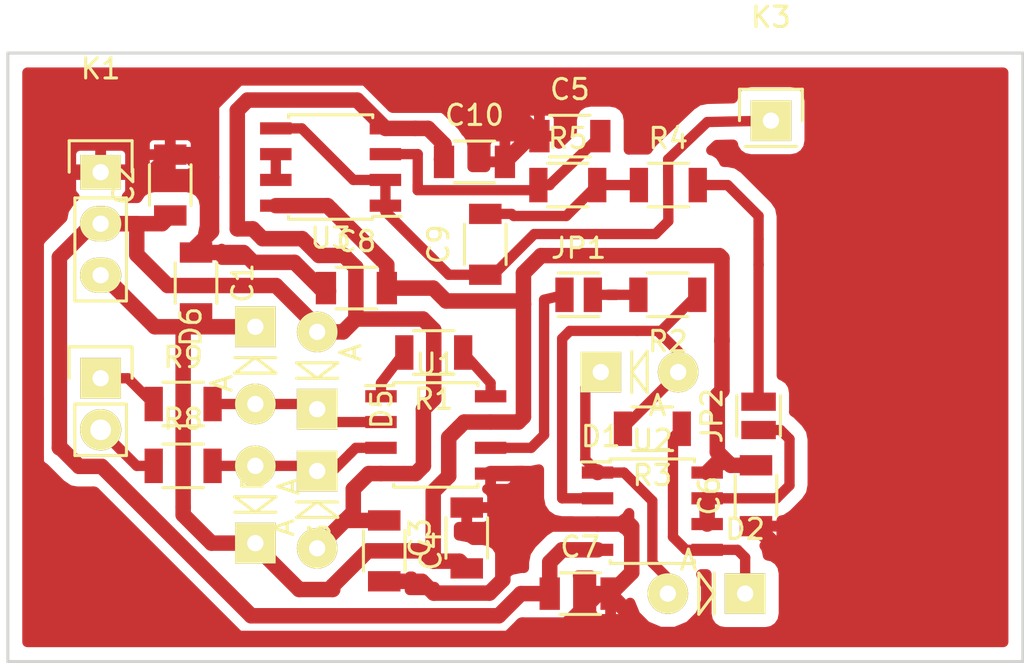
<source format=kicad_pcb>
(kicad_pcb (version 4) (host pcbnew 0.201603011447+6604~42~ubuntu15.10.1-product)

  (general
    (links 60)
    (no_connects 0)
    (area 78.451999 76.188999 128.602001 106.339001)
    (thickness 1.6)
    (drawings 4)
    (tracks 280)
    (zones 0)
    (modules 31)
    (nets 21)
  )

  (page A4)
  (layers
    (0 F.Cu signal)
    (31 B.Cu signal)
    (32 B.Adhes user)
    (33 F.Adhes user)
    (34 B.Paste user)
    (35 F.Paste user)
    (36 B.SilkS user)
    (37 F.SilkS user)
    (38 B.Mask user)
    (39 F.Mask user)
    (40 Dwgs.User user)
    (41 Cmts.User user)
    (42 Eco1.User user)
    (43 Eco2.User user)
    (44 Edge.Cuts user)
    (45 Margin user)
    (46 B.CrtYd user)
    (47 F.CrtYd user)
    (48 B.Fab user)
    (49 F.Fab user)
  )

  (setup
    (last_trace_width 0.508)
    (trace_clearance 0.3302)
    (zone_clearance 0.635)
    (zone_45_only yes)
    (trace_min 0.508)
    (segment_width 0.2)
    (edge_width 0.15)
    (via_size 0.6)
    (via_drill 0.4)
    (via_min_size 0.4)
    (via_min_drill 0.3)
    (uvia_size 0.3)
    (uvia_drill 0.1)
    (uvias_allowed no)
    (uvia_min_size 0)
    (uvia_min_drill 0)
    (pcb_text_width 0.3)
    (pcb_text_size 1.5 1.5)
    (mod_edge_width 0.15)
    (mod_text_size 1 1)
    (mod_text_width 0.15)
    (pad_size 2 2)
    (pad_drill 0.8)
    (pad_to_mask_clearance 0.2)
    (aux_axis_origin 78.527 106.264)
    (grid_origin 77.86878 135.47344)
    (visible_elements FFFEFF7F)
    (pcbplotparams
      (layerselection 0x00030_ffffffff)
      (usegerberextensions false)
      (excludeedgelayer true)
      (linewidth 0.100000)
      (plotframeref false)
      (viasonmask false)
      (mode 1)
      (useauxorigin false)
      (hpglpennumber 1)
      (hpglpenspeed 20)
      (hpglpendiameter 15)
      (psnegative false)
      (psa4output false)
      (plotreference true)
      (plotvalue true)
      (plotinvisibletext false)
      (padsonsilk false)
      (subtractmaskfromsilk false)
      (outputformat 4)
      (mirror false)
      (drillshape 0)
      (scaleselection 1)
      (outputdirectory plot/))
  )

  (net 0 "")
  (net 1 GND)
  (net 2 VCC)
  (net 3 VSS)
  (net 4 "Net-(R1-Pad1)")
  (net 5 "Net-(R1-Pad2)")
  (net 6 "Net-(C5-Pad2)")
  (net 7 /in+)
  (net 8 /in-)
  (net 9 /mean_out)
  (net 10 /mean_in)
  (net 11 /neg_out)
  (net 12 /neg_in)
  (net 13 /diff_out)
  (net 14 /u2_in-)
  (net 15 /u2_out)
  (net 16 /inf+)
  (net 17 /inf-)
  (net 18 /neg_out_buff)
  (net 19 "Net-(U3-Pad6)")
  (net 20 "Net-(C9-Pad2)")

  (net_class Default "This is the default net class."
    (clearance 0.3302)
    (trace_width 0.508)
    (via_dia 0.6)
    (via_drill 0.4)
    (uvia_dia 0.3)
    (uvia_drill 0.1)
    (add_net /diff_out)
    (add_net /in+)
    (add_net /in-)
    (add_net /inf+)
    (add_net /inf-)
    (add_net /mean_in)
    (add_net /mean_out)
    (add_net /neg_in)
    (add_net /neg_out)
    (add_net /neg_out_buff)
    (add_net /u2_in-)
    (add_net /u2_out)
    (add_net "Net-(C5-Pad2)")
    (add_net "Net-(C9-Pad2)")
    (add_net "Net-(R1-Pad1)")
    (add_net "Net-(R1-Pad2)")
    (add_net "Net-(U3-Pad6)")
  )

  (net_class power ""
    (clearance 0.3302)
    (trace_width 0.762)
    (via_dia 0.6)
    (via_drill 0.4)
    (uvia_dia 0.3)
    (uvia_drill 0.1)
    (add_net GND)
    (add_net VCC)
    (add_net VSS)
  )

  (module Resistors_SMD:R_1206 (layer F.Cu) (tedit 5415CFA7) (tstamp 56E2B6B8)
    (at 105.451 111.9816)
    (descr "Resistor SMD 1206, reflow soldering, Vishay (see dcrcw.pdf)")
    (tags "resistor 1206")
    (path /56E34A28)
    (attr smd)
    (fp_text reference R5 (at 0 -2.3) (layer F.SilkS)
      (effects (font (size 1 1) (thickness 0.15)))
    )
    (fp_text value 100K (at 0 2.3) (layer F.Fab)
      (effects (font (size 1 1) (thickness 0.15)))
    )
    (fp_line (start -2.2 -1.2) (end 2.2 -1.2) (layer F.CrtYd) (width 0.05))
    (fp_line (start -2.2 1.2) (end 2.2 1.2) (layer F.CrtYd) (width 0.05))
    (fp_line (start -2.2 -1.2) (end -2.2 1.2) (layer F.CrtYd) (width 0.05))
    (fp_line (start 2.2 -1.2) (end 2.2 1.2) (layer F.CrtYd) (width 0.05))
    (fp_line (start 1 1.075) (end -1 1.075) (layer F.SilkS) (width 0.15))
    (fp_line (start -1 -1.075) (end 1 -1.075) (layer F.SilkS) (width 0.15))
    (pad 1 smd rect (at -1.45 0) (size 0.9 1.7) (layers F.Cu F.Paste F.Mask)
      (net 6 "Net-(C5-Pad2)"))
    (pad 2 smd rect (at 1.45 0) (size 0.9 1.7) (layers F.Cu F.Paste F.Mask)
      (net 20 "Net-(C9-Pad2)"))
    (model Resistors_SMD.3dshapes/R_1206.wrl
      (at (xyz 0 0 0))
      (scale (xyz 1 1 1))
      (rotate (xyz 0 0 0))
    )
  )

  (module lib:Pin_Header_Straight_1x01_phelma (layer F.Cu) (tedit 56E2A12C) (tstamp 56E2C72C)
    (at 115.4586 108.8066)
    (descr "Through hole pin header")
    (tags "pin header")
    (path /56E3CF20)
    (fp_text reference K3 (at 0 -5.1) (layer F.SilkS)
      (effects (font (size 1 1) (thickness 0.15)))
    )
    (fp_text value CONN_01X01 (at 0 -3.1) (layer F.Fab)
      (effects (font (size 1 1) (thickness 0.15)))
    )
    (fp_line (start 1.55 -1.55) (end 1.55 0) (layer F.SilkS) (width 0.15))
    (fp_line (start -1.75 -1.75) (end -1.75 1.75) (layer F.CrtYd) (width 0.05))
    (fp_line (start 1.75 -1.75) (end 1.75 1.75) (layer F.CrtYd) (width 0.05))
    (fp_line (start -1.75 -1.75) (end 1.75 -1.75) (layer F.CrtYd) (width 0.05))
    (fp_line (start -1.75 1.75) (end 1.75 1.75) (layer F.CrtYd) (width 0.05))
    (fp_line (start -1.55 0) (end -1.55 -1.55) (layer F.SilkS) (width 0.15))
    (fp_line (start -1.55 -1.55) (end 1.55 -1.55) (layer F.SilkS) (width 0.15))
    (fp_line (start -1.27 1.27) (end 1.27 1.27) (layer F.SilkS) (width 0.15))
    (pad 1 thru_hole rect (at 0 0) (size 2 2) (drill 0.8) (layers *.Cu *.Mask F.SilkS)
      (net 9 /mean_out))
    (model Pin_Headers.3dshapes/Pin_Header_Straight_1x01.wrl
      (at (xyz 0 0 0))
      (scale (xyz 1 1 1))
      (rotate (xyz 0 0 90))
    )
  )

  (module Housings_SOIC:SOIC-8_3.9x4.9mm_Pitch1.27mm (layer F.Cu) (tedit 54130A77) (tstamp 56E2B790)
    (at 109.6166 128.0598)
    (descr "8-Lead Plastic Small Outline (SN) - Narrow, 3.90 mm Body [SOIC] (see Microchip Packaging Specification 00000049BS.pdf)")
    (tags "SOIC 1.27")
    (path /56DF8846)
    (attr smd)
    (fp_text reference U2 (at 0 -3.5) (layer F.SilkS)
      (effects (font (size 1 1) (thickness 0.15)))
    )
    (fp_text value TL082 (at 0 3.5) (layer F.Fab)
      (effects (font (size 1 1) (thickness 0.15)))
    )
    (fp_line (start -3.75 -2.75) (end -3.75 2.75) (layer F.CrtYd) (width 0.05))
    (fp_line (start 3.75 -2.75) (end 3.75 2.75) (layer F.CrtYd) (width 0.05))
    (fp_line (start -3.75 -2.75) (end 3.75 -2.75) (layer F.CrtYd) (width 0.05))
    (fp_line (start -3.75 2.75) (end 3.75 2.75) (layer F.CrtYd) (width 0.05))
    (fp_line (start -2.075 -2.575) (end -2.075 -2.43) (layer F.SilkS) (width 0.15))
    (fp_line (start 2.075 -2.575) (end 2.075 -2.43) (layer F.SilkS) (width 0.15))
    (fp_line (start 2.075 2.575) (end 2.075 2.43) (layer F.SilkS) (width 0.15))
    (fp_line (start -2.075 2.575) (end -2.075 2.43) (layer F.SilkS) (width 0.15))
    (fp_line (start -2.075 -2.575) (end 2.075 -2.575) (layer F.SilkS) (width 0.15))
    (fp_line (start -2.075 2.575) (end 2.075 2.575) (layer F.SilkS) (width 0.15))
    (fp_line (start -2.075 -2.43) (end -3.475 -2.43) (layer F.SilkS) (width 0.15))
    (pad 1 smd rect (at -2.7 -1.905) (size 1.55 0.6) (layers F.Cu F.Paste F.Mask)
      (net 15 /u2_out))
    (pad 2 smd rect (at -2.7 -0.635) (size 1.55 0.6) (layers F.Cu F.Paste F.Mask)
      (net 14 /u2_in-))
    (pad 3 smd rect (at -2.7 0.635) (size 1.55 0.6) (layers F.Cu F.Paste F.Mask)
      (net 1 GND))
    (pad 4 smd rect (at -2.7 1.905) (size 1.55 0.6) (layers F.Cu F.Paste F.Mask)
      (net 3 VSS))
    (pad 5 smd rect (at 2.7 1.905) (size 1.55 0.6) (layers F.Cu F.Paste F.Mask)
      (net 11 /neg_out))
    (pad 6 smd rect (at 2.7 0.635) (size 1.55 0.6) (layers F.Cu F.Paste F.Mask)
      (net 18 /neg_out_buff))
    (pad 7 smd rect (at 2.7 -0.635) (size 1.55 0.6) (layers F.Cu F.Paste F.Mask)
      (net 18 /neg_out_buff))
    (pad 8 smd rect (at 2.7 -1.905) (size 1.55 0.6) (layers F.Cu F.Paste F.Mask)
      (net 2 VCC))
    (model Housings_SOIC.3dshapes/SOIC-8_3.9x4.9mm_Pitch1.27mm.wrl
      (at (xyz 0 0 0))
      (scale (xyz 1 1 1))
      (rotate (xyz 0 0 0))
    )
  )

  (module Capacitors_SMD:C_1206 (layer F.Cu) (tedit 5415D7BD) (tstamp 56E2B87E)
    (at 114.722 127.2978 90)
    (descr "Capacitor SMD 1206, reflow soldering, AVX (see smccp.pdf)")
    (tags "capacitor 1206")
    (path /56E0C5C6)
    (attr smd)
    (fp_text reference C6 (at 0 -2.3 90) (layer F.SilkS)
      (effects (font (size 1 1) (thickness 0.15)))
    )
    (fp_text value 10n (at 0 2.3 90) (layer F.Fab)
      (effects (font (size 1 1) (thickness 0.15)))
    )
    (fp_line (start -2.3 -1.15) (end 2.3 -1.15) (layer F.CrtYd) (width 0.05))
    (fp_line (start -2.3 1.15) (end 2.3 1.15) (layer F.CrtYd) (width 0.05))
    (fp_line (start -2.3 -1.15) (end -2.3 1.15) (layer F.CrtYd) (width 0.05))
    (fp_line (start 2.3 -1.15) (end 2.3 1.15) (layer F.CrtYd) (width 0.05))
    (fp_line (start 1 -1.025) (end -1 -1.025) (layer F.SilkS) (width 0.15))
    (fp_line (start -1 1.025) (end 1 1.025) (layer F.SilkS) (width 0.15))
    (pad 1 smd rect (at -1.5 0 90) (size 1 1.6) (layers F.Cu F.Paste F.Mask)
      (net 1 GND))
    (pad 2 smd rect (at 1.5 0 90) (size 1 1.6) (layers F.Cu F.Paste F.Mask)
      (net 2 VCC))
    (model Capacitors_SMD.3dshapes/C_1206.wrl
      (at (xyz 0 0 0))
      (scale (xyz 1 1 1))
      (rotate (xyz 0 0 0))
    )
  )

  (module Resistors_SMD:R_1206 (layer F.Cu) (tedit 5415CFA7) (tstamp 56E2B6A8)
    (at 86.5026 125.8246)
    (descr "Resistor SMD 1206, reflow soldering, Vishay (see dcrcw.pdf)")
    (tags "resistor 1206")
    (path /56E30C3E)
    (attr smd)
    (fp_text reference R8 (at 0 -2.3) (layer F.SilkS)
      (effects (font (size 1 1) (thickness 0.15)))
    )
    (fp_text value 10K (at 0 2.3) (layer F.Fab)
      (effects (font (size 1 1) (thickness 0.15)))
    )
    (fp_line (start -2.2 -1.2) (end 2.2 -1.2) (layer F.CrtYd) (width 0.05))
    (fp_line (start -2.2 1.2) (end 2.2 1.2) (layer F.CrtYd) (width 0.05))
    (fp_line (start -2.2 -1.2) (end -2.2 1.2) (layer F.CrtYd) (width 0.05))
    (fp_line (start 2.2 -1.2) (end 2.2 1.2) (layer F.CrtYd) (width 0.05))
    (fp_line (start 1 1.075) (end -1 1.075) (layer F.SilkS) (width 0.15))
    (fp_line (start -1 -1.075) (end 1 -1.075) (layer F.SilkS) (width 0.15))
    (pad 1 smd rect (at -1.45 0) (size 0.9 1.7) (layers F.Cu F.Paste F.Mask)
      (net 7 /in+))
    (pad 2 smd rect (at 1.45 0) (size 0.9 1.7) (layers F.Cu F.Paste F.Mask)
      (net 16 /inf+))
    (model Resistors_SMD.3dshapes/R_1206.wrl
      (at (xyz 0 0 0))
      (scale (xyz 1 1 1))
      (rotate (xyz 0 0 0))
    )
  )

  (module Resistors_SMD:R_1206 (layer F.Cu) (tedit 5415CFA7) (tstamp 56E2B6C8)
    (at 110.404 111.9816)
    (descr "Resistor SMD 1206, reflow soldering, Vishay (see dcrcw.pdf)")
    (tags "resistor 1206")
    (path /56E3523B)
    (attr smd)
    (fp_text reference R4 (at 0 -2.3) (layer F.SilkS)
      (effects (font (size 1 1) (thickness 0.15)))
    )
    (fp_text value 100K (at 0 2.3) (layer F.Fab)
      (effects (font (size 1 1) (thickness 0.15)))
    )
    (fp_line (start -2.2 -1.2) (end 2.2 -1.2) (layer F.CrtYd) (width 0.05))
    (fp_line (start -2.2 1.2) (end 2.2 1.2) (layer F.CrtYd) (width 0.05))
    (fp_line (start -2.2 -1.2) (end -2.2 1.2) (layer F.CrtYd) (width 0.05))
    (fp_line (start 2.2 -1.2) (end 2.2 1.2) (layer F.CrtYd) (width 0.05))
    (fp_line (start 1 1.075) (end -1 1.075) (layer F.SilkS) (width 0.15))
    (fp_line (start -1 -1.075) (end 1 -1.075) (layer F.SilkS) (width 0.15))
    (pad 1 smd rect (at -1.45 0) (size 0.9 1.7) (layers F.Cu F.Paste F.Mask)
      (net 20 "Net-(C9-Pad2)"))
    (pad 2 smd rect (at 1.45 0) (size 0.9 1.7) (layers F.Cu F.Paste F.Mask)
      (net 10 /mean_in))
    (model Resistors_SMD.3dshapes/R_1206.wrl
      (at (xyz 0 0 0))
      (scale (xyz 1 1 1))
      (rotate (xyz 0 0 0))
    )
  )

  (module Resistors_SMD:R_1206 (layer F.Cu) (tedit 5415CFA7) (tstamp 56E2B6D8)
    (at 109.6166 123.9958 180)
    (descr "Resistor SMD 1206, reflow soldering, Vishay (see dcrcw.pdf)")
    (tags "resistor 1206")
    (path /56DF8BB4)
    (attr smd)
    (fp_text reference R3 (at 0 -2.3 180) (layer F.SilkS)
      (effects (font (size 1 1) (thickness 0.15)))
    )
    (fp_text value 100K (at 0 2.3 180) (layer F.Fab)
      (effects (font (size 1 1) (thickness 0.15)))
    )
    (fp_line (start -2.2 -1.2) (end 2.2 -1.2) (layer F.CrtYd) (width 0.05))
    (fp_line (start -2.2 1.2) (end 2.2 1.2) (layer F.CrtYd) (width 0.05))
    (fp_line (start -2.2 -1.2) (end -2.2 1.2) (layer F.CrtYd) (width 0.05))
    (fp_line (start 2.2 -1.2) (end 2.2 1.2) (layer F.CrtYd) (width 0.05))
    (fp_line (start 1 1.075) (end -1 1.075) (layer F.SilkS) (width 0.15))
    (fp_line (start -1 -1.075) (end 1 -1.075) (layer F.SilkS) (width 0.15))
    (pad 1 smd rect (at -1.45 0 180) (size 0.9 1.7) (layers F.Cu F.Paste F.Mask)
      (net 11 /neg_out))
    (pad 2 smd rect (at 1.45 0 180) (size 0.9 1.7) (layers F.Cu F.Paste F.Mask)
      (net 14 /u2_in-))
    (model Resistors_SMD.3dshapes/R_1206.wrl
      (at (xyz 0 0 0))
      (scale (xyz 1 1 1))
      (rotate (xyz 0 0 0))
    )
  )

  (module Resistors_SMD:R_1206 (layer F.Cu) (tedit 5415CFA7) (tstamp 56E2B6E8)
    (at 110.3786 117.3918 180)
    (descr "Resistor SMD 1206, reflow soldering, Vishay (see dcrcw.pdf)")
    (tags "resistor 1206")
    (path /56DF90F7)
    (attr smd)
    (fp_text reference R2 (at 0 -2.3 180) (layer F.SilkS)
      (effects (font (size 1 1) (thickness 0.15)))
    )
    (fp_text value 100k (at 0 2.3 180) (layer F.Fab)
      (effects (font (size 1 1) (thickness 0.15)))
    )
    (fp_line (start -2.2 -1.2) (end 2.2 -1.2) (layer F.CrtYd) (width 0.05))
    (fp_line (start -2.2 1.2) (end 2.2 1.2) (layer F.CrtYd) (width 0.05))
    (fp_line (start -2.2 -1.2) (end -2.2 1.2) (layer F.CrtYd) (width 0.05))
    (fp_line (start 2.2 -1.2) (end 2.2 1.2) (layer F.CrtYd) (width 0.05))
    (fp_line (start 1 1.075) (end -1 1.075) (layer F.SilkS) (width 0.15))
    (fp_line (start -1 -1.075) (end 1 -1.075) (layer F.SilkS) (width 0.15))
    (pad 1 smd rect (at -1.45 0 180) (size 0.9 1.7) (layers F.Cu F.Paste F.Mask)
      (net 14 /u2_in-))
    (pad 2 smd rect (at 1.45 0 180) (size 0.9 1.7) (layers F.Cu F.Paste F.Mask)
      (net 12 /neg_in))
    (model Resistors_SMD.3dshapes/R_1206.wrl
      (at (xyz 0 0 0))
      (scale (xyz 1 1 1))
      (rotate (xyz 0 0 0))
    )
  )

  (module Resistors_SMD:R_1206 (layer F.Cu) (tedit 5415CFA7) (tstamp 56E2B6F8)
    (at 98.847 120.2366 180)
    (descr "Resistor SMD 1206, reflow soldering, Vishay (see dcrcw.pdf)")
    (tags "resistor 1206")
    (path /56DF74F8)
    (attr smd)
    (fp_text reference R1 (at 0 -2.3 180) (layer F.SilkS)
      (effects (font (size 1 1) (thickness 0.15)))
    )
    (fp_text value 270k (at 0 2.3 180) (layer F.Fab)
      (effects (font (size 1 1) (thickness 0.15)))
    )
    (fp_line (start -2.2 -1.2) (end 2.2 -1.2) (layer F.CrtYd) (width 0.05))
    (fp_line (start -2.2 1.2) (end 2.2 1.2) (layer F.CrtYd) (width 0.05))
    (fp_line (start -2.2 -1.2) (end -2.2 1.2) (layer F.CrtYd) (width 0.05))
    (fp_line (start 2.2 -1.2) (end 2.2 1.2) (layer F.CrtYd) (width 0.05))
    (fp_line (start 1 1.075) (end -1 1.075) (layer F.SilkS) (width 0.15))
    (fp_line (start -1 -1.075) (end 1 -1.075) (layer F.SilkS) (width 0.15))
    (pad 1 smd rect (at -1.45 0 180) (size 0.9 1.7) (layers F.Cu F.Paste F.Mask)
      (net 4 "Net-(R1-Pad1)"))
    (pad 2 smd rect (at 1.45 0 180) (size 0.9 1.7) (layers F.Cu F.Paste F.Mask)
      (net 5 "Net-(R1-Pad2)"))
    (model Resistors_SMD.3dshapes/R_1206.wrl
      (at (xyz 0 0 0))
      (scale (xyz 1 1 1))
      (rotate (xyz 0 0 0))
    )
  )

  (module Resistors_SMD:R_1206 (layer F.Cu) (tedit 5415CFA7) (tstamp 56E2B708)
    (at 86.5026 122.7766)
    (descr "Resistor SMD 1206, reflow soldering, Vishay (see dcrcw.pdf)")
    (tags "resistor 1206")
    (path /56E31480)
    (attr smd)
    (fp_text reference R9 (at 0 -2.3) (layer F.SilkS)
      (effects (font (size 1 1) (thickness 0.15)))
    )
    (fp_text value 10K (at 0 2.3) (layer F.Fab)
      (effects (font (size 1 1) (thickness 0.15)))
    )
    (fp_line (start -2.2 -1.2) (end 2.2 -1.2) (layer F.CrtYd) (width 0.05))
    (fp_line (start -2.2 1.2) (end 2.2 1.2) (layer F.CrtYd) (width 0.05))
    (fp_line (start -2.2 -1.2) (end -2.2 1.2) (layer F.CrtYd) (width 0.05))
    (fp_line (start 2.2 -1.2) (end 2.2 1.2) (layer F.CrtYd) (width 0.05))
    (fp_line (start 1 1.075) (end -1 1.075) (layer F.SilkS) (width 0.15))
    (fp_line (start -1 -1.075) (end 1 -1.075) (layer F.SilkS) (width 0.15))
    (pad 1 smd rect (at -1.45 0) (size 0.9 1.7) (layers F.Cu F.Paste F.Mask)
      (net 8 /in-))
    (pad 2 smd rect (at 1.45 0) (size 0.9 1.7) (layers F.Cu F.Paste F.Mask)
      (net 17 /inf-))
    (model Resistors_SMD.3dshapes/R_1206.wrl
      (at (xyz 0 0 0))
      (scale (xyz 1 1 1))
      (rotate (xyz 0 0 0))
    )
  )

  (module Housings_SOIC:SOIC-8_3.9x4.9mm_Pitch1.27mm (layer F.Cu) (tedit 54130A77) (tstamp 56E2B76E)
    (at 93.767 111.0926 180)
    (descr "8-Lead Plastic Small Outline (SN) - Narrow, 3.90 mm Body [SOIC] (see Microchip Packaging Specification 00000049BS.pdf)")
    (tags "SOIC 1.27")
    (path /56E018F2)
    (attr smd)
    (fp_text reference U3 (at 0 -3.5 180) (layer F.SilkS)
      (effects (font (size 1 1) (thickness 0.15)))
    )
    (fp_text value TL082 (at 0 3.5 180) (layer F.Fab)
      (effects (font (size 1 1) (thickness 0.15)))
    )
    (fp_line (start -3.75 -2.75) (end -3.75 2.75) (layer F.CrtYd) (width 0.05))
    (fp_line (start 3.75 -2.75) (end 3.75 2.75) (layer F.CrtYd) (width 0.05))
    (fp_line (start -3.75 -2.75) (end 3.75 -2.75) (layer F.CrtYd) (width 0.05))
    (fp_line (start -3.75 2.75) (end 3.75 2.75) (layer F.CrtYd) (width 0.05))
    (fp_line (start -2.075 -2.575) (end -2.075 -2.43) (layer F.SilkS) (width 0.15))
    (fp_line (start 2.075 -2.575) (end 2.075 -2.43) (layer F.SilkS) (width 0.15))
    (fp_line (start 2.075 2.575) (end 2.075 2.43) (layer F.SilkS) (width 0.15))
    (fp_line (start -2.075 2.575) (end -2.075 2.43) (layer F.SilkS) (width 0.15))
    (fp_line (start -2.075 -2.575) (end 2.075 -2.575) (layer F.SilkS) (width 0.15))
    (fp_line (start -2.075 2.575) (end 2.075 2.575) (layer F.SilkS) (width 0.15))
    (fp_line (start -2.075 -2.43) (end -3.475 -2.43) (layer F.SilkS) (width 0.15))
    (pad 1 smd rect (at -2.7 -1.905 180) (size 1.55 0.6) (layers F.Cu F.Paste F.Mask)
      (net 9 /mean_out))
    (pad 2 smd rect (at -2.7 -0.635 180) (size 1.55 0.6) (layers F.Cu F.Paste F.Mask)
      (net 9 /mean_out))
    (pad 3 smd rect (at -2.7 0.635 180) (size 1.55 0.6) (layers F.Cu F.Paste F.Mask)
      (net 6 "Net-(C5-Pad2)"))
    (pad 4 smd rect (at -2.7 1.905 180) (size 1.55 0.6) (layers F.Cu F.Paste F.Mask)
      (net 3 VSS))
    (pad 5 smd rect (at 2.7 1.905 180) (size 1.55 0.6) (layers F.Cu F.Paste F.Mask)
      (net 9 /mean_out))
    (pad 6 smd rect (at 2.7 0.635 180) (size 1.55 0.6) (layers F.Cu F.Paste F.Mask)
      (net 19 "Net-(U3-Pad6)"))
    (pad 7 smd rect (at 2.7 -0.635 180) (size 1.55 0.6) (layers F.Cu F.Paste F.Mask)
      (net 19 "Net-(U3-Pad6)"))
    (pad 8 smd rect (at 2.7 -1.905 180) (size 1.55 0.6) (layers F.Cu F.Paste F.Mask)
      (net 2 VCC))
    (model Housings_SOIC.3dshapes/SOIC-8_3.9x4.9mm_Pitch1.27mm.wrl
      (at (xyz 0 0 0))
      (scale (xyz 1 1 1))
      (rotate (xyz 0 0 0))
    )
  )

  (module Housings_SOIC:SOIC-8_3.9x4.9mm_Pitch1.27mm (layer F.Cu) (tedit 54130A77) (tstamp 56E2B7B2)
    (at 98.9486 124.3006)
    (descr "8-Lead Plastic Small Outline (SN) - Narrow, 3.90 mm Body [SOIC] (see Microchip Packaging Specification 00000049BS.pdf)")
    (tags "SOIC 1.27")
    (path /56DF602F)
    (attr smd)
    (fp_text reference U1 (at 0 -3.5) (layer F.SilkS)
      (effects (font (size 1 1) (thickness 0.15)))
    )
    (fp_text value AD620A (at 0 3.5) (layer F.Fab)
      (effects (font (size 1 1) (thickness 0.15)))
    )
    (fp_line (start -3.75 -2.75) (end -3.75 2.75) (layer F.CrtYd) (width 0.05))
    (fp_line (start 3.75 -2.75) (end 3.75 2.75) (layer F.CrtYd) (width 0.05))
    (fp_line (start -3.75 -2.75) (end 3.75 -2.75) (layer F.CrtYd) (width 0.05))
    (fp_line (start -3.75 2.75) (end 3.75 2.75) (layer F.CrtYd) (width 0.05))
    (fp_line (start -2.075 -2.575) (end -2.075 -2.43) (layer F.SilkS) (width 0.15))
    (fp_line (start 2.075 -2.575) (end 2.075 -2.43) (layer F.SilkS) (width 0.15))
    (fp_line (start 2.075 2.575) (end 2.075 2.43) (layer F.SilkS) (width 0.15))
    (fp_line (start -2.075 2.575) (end -2.075 2.43) (layer F.SilkS) (width 0.15))
    (fp_line (start -2.075 -2.575) (end 2.075 -2.575) (layer F.SilkS) (width 0.15))
    (fp_line (start -2.075 2.575) (end 2.075 2.575) (layer F.SilkS) (width 0.15))
    (fp_line (start -2.075 -2.43) (end -3.475 -2.43) (layer F.SilkS) (width 0.15))
    (pad 1 smd rect (at -2.7 -1.905) (size 1.55 0.6) (layers F.Cu F.Paste F.Mask)
      (net 5 "Net-(R1-Pad2)"))
    (pad 2 smd rect (at -2.7 -0.635) (size 1.55 0.6) (layers F.Cu F.Paste F.Mask)
      (net 17 /inf-))
    (pad 3 smd rect (at -2.7 0.635) (size 1.55 0.6) (layers F.Cu F.Paste F.Mask)
      (net 16 /inf+))
    (pad 4 smd rect (at -2.7 1.905) (size 1.55 0.6) (layers F.Cu F.Paste F.Mask)
      (net 3 VSS))
    (pad 5 smd rect (at 2.7 1.905) (size 1.55 0.6) (layers F.Cu F.Paste F.Mask)
      (net 1 GND))
    (pad 6 smd rect (at 2.7 0.635) (size 1.55 0.6) (layers F.Cu F.Paste F.Mask)
      (net 13 /diff_out))
    (pad 7 smd rect (at 2.7 -0.635) (size 1.55 0.6) (layers F.Cu F.Paste F.Mask)
      (net 2 VCC))
    (pad 8 smd rect (at 2.7 -1.905) (size 1.55 0.6) (layers F.Cu F.Paste F.Mask)
      (net 4 "Net-(R1-Pad1)"))
    (model Housings_SOIC.3dshapes/SOIC-8_3.9x4.9mm_Pitch1.27mm.wrl
      (at (xyz 0 0 0))
      (scale (xyz 1 1 1))
      (rotate (xyz 0 0 0))
    )
  )

  (module Capacitors_SMD:C_1206 (layer F.Cu) (tedit 5415D7BD) (tstamp 56E2B82E)
    (at 87.1376 116.8076 270)
    (descr "Capacitor SMD 1206, reflow soldering, AVX (see smccp.pdf)")
    (tags "capacitor 1206")
    (path /56E3E611)
    (attr smd)
    (fp_text reference C1 (at 0 -2.3 270) (layer F.SilkS)
      (effects (font (size 1 1) (thickness 0.15)))
    )
    (fp_text value 1u (at 0 2.3 270) (layer F.Fab)
      (effects (font (size 1 1) (thickness 0.15)))
    )
    (fp_line (start -2.3 -1.15) (end 2.3 -1.15) (layer F.CrtYd) (width 0.05))
    (fp_line (start -2.3 1.15) (end 2.3 1.15) (layer F.CrtYd) (width 0.05))
    (fp_line (start -2.3 -1.15) (end -2.3 1.15) (layer F.CrtYd) (width 0.05))
    (fp_line (start 2.3 -1.15) (end 2.3 1.15) (layer F.CrtYd) (width 0.05))
    (fp_line (start 1 -1.025) (end -1 -1.025) (layer F.SilkS) (width 0.15))
    (fp_line (start -1 1.025) (end 1 1.025) (layer F.SilkS) (width 0.15))
    (pad 1 smd rect (at -1.5 0 270) (size 1 1.6) (layers F.Cu F.Paste F.Mask)
      (net 1 GND))
    (pad 2 smd rect (at 1.5 0 270) (size 1 1.6) (layers F.Cu F.Paste F.Mask)
      (net 2 VCC))
    (model Capacitors_SMD.3dshapes/C_1206.wrl
      (at (xyz 0 0 0))
      (scale (xyz 1 1 1))
      (rotate (xyz 0 0 0))
    )
  )

  (module Capacitors_SMD:C_1206 (layer F.Cu) (tedit 5415D7BD) (tstamp 56E2B83E)
    (at 100.8536 110.8386)
    (descr "Capacitor SMD 1206, reflow soldering, AVX (see smccp.pdf)")
    (tags "capacitor 1206")
    (path /56E4468A)
    (attr smd)
    (fp_text reference C10 (at 0 -2.3) (layer F.SilkS)
      (effects (font (size 1 1) (thickness 0.15)))
    )
    (fp_text value 10n (at 0 2.3) (layer F.Fab)
      (effects (font (size 1 1) (thickness 0.15)))
    )
    (fp_line (start -2.3 -1.15) (end 2.3 -1.15) (layer F.CrtYd) (width 0.05))
    (fp_line (start -2.3 1.15) (end 2.3 1.15) (layer F.CrtYd) (width 0.05))
    (fp_line (start -2.3 -1.15) (end -2.3 1.15) (layer F.CrtYd) (width 0.05))
    (fp_line (start 2.3 -1.15) (end 2.3 1.15) (layer F.CrtYd) (width 0.05))
    (fp_line (start 1 -1.025) (end -1 -1.025) (layer F.SilkS) (width 0.15))
    (fp_line (start -1 1.025) (end 1 1.025) (layer F.SilkS) (width 0.15))
    (pad 1 smd rect (at -1.5 0) (size 1 1.6) (layers F.Cu F.Paste F.Mask)
      (net 3 VSS))
    (pad 2 smd rect (at 1.5 0) (size 1 1.6) (layers F.Cu F.Paste F.Mask)
      (net 1 GND))
    (model Capacitors_SMD.3dshapes/C_1206.wrl
      (at (xyz 0 0 0))
      (scale (xyz 1 1 1))
      (rotate (xyz 0 0 0))
    )
  )

  (module Capacitors_SMD:C_1206 (layer F.Cu) (tedit 5415D7BD) (tstamp 56E2B84E)
    (at 101.387 114.9026 90)
    (descr "Capacitor SMD 1206, reflow soldering, AVX (see smccp.pdf)")
    (tags "capacitor 1206")
    (path /56E3571B)
    (attr smd)
    (fp_text reference C9 (at 0 -2.3 90) (layer F.SilkS)
      (effects (font (size 1 1) (thickness 0.15)))
    )
    (fp_text value 330n (at 0 2.3 90) (layer F.Fab)
      (effects (font (size 1 1) (thickness 0.15)))
    )
    (fp_line (start -2.3 -1.15) (end 2.3 -1.15) (layer F.CrtYd) (width 0.05))
    (fp_line (start -2.3 1.15) (end 2.3 1.15) (layer F.CrtYd) (width 0.05))
    (fp_line (start -2.3 -1.15) (end -2.3 1.15) (layer F.CrtYd) (width 0.05))
    (fp_line (start 2.3 -1.15) (end 2.3 1.15) (layer F.CrtYd) (width 0.05))
    (fp_line (start 1 -1.025) (end -1 -1.025) (layer F.SilkS) (width 0.15))
    (fp_line (start -1 1.025) (end 1 1.025) (layer F.SilkS) (width 0.15))
    (pad 1 smd rect (at -1.5 0 90) (size 1 1.6) (layers F.Cu F.Paste F.Mask)
      (net 9 /mean_out))
    (pad 2 smd rect (at 1.5 0 90) (size 1 1.6) (layers F.Cu F.Paste F.Mask)
      (net 20 "Net-(C9-Pad2)"))
    (model Capacitors_SMD.3dshapes/C_1206.wrl
      (at (xyz 0 0 0))
      (scale (xyz 1 1 1))
      (rotate (xyz 0 0 0))
    )
  )

  (module Capacitors_SMD:C_1206 (layer F.Cu) (tedit 5415D7BD) (tstamp 56E2B85E)
    (at 95.037 117.0616)
    (descr "Capacitor SMD 1206, reflow soldering, AVX (see smccp.pdf)")
    (tags "capacitor 1206")
    (path /56E44684)
    (attr smd)
    (fp_text reference C8 (at 0 -2.3) (layer F.SilkS)
      (effects (font (size 1 1) (thickness 0.15)))
    )
    (fp_text value 10n (at 0 2.3) (layer F.Fab)
      (effects (font (size 1 1) (thickness 0.15)))
    )
    (fp_line (start -2.3 -1.15) (end 2.3 -1.15) (layer F.CrtYd) (width 0.05))
    (fp_line (start -2.3 1.15) (end 2.3 1.15) (layer F.CrtYd) (width 0.05))
    (fp_line (start -2.3 -1.15) (end -2.3 1.15) (layer F.CrtYd) (width 0.05))
    (fp_line (start 2.3 -1.15) (end 2.3 1.15) (layer F.CrtYd) (width 0.05))
    (fp_line (start 1 -1.025) (end -1 -1.025) (layer F.SilkS) (width 0.15))
    (fp_line (start -1 1.025) (end 1 1.025) (layer F.SilkS) (width 0.15))
    (pad 1 smd rect (at -1.5 0) (size 1 1.6) (layers F.Cu F.Paste F.Mask)
      (net 1 GND))
    (pad 2 smd rect (at 1.5 0) (size 1 1.6) (layers F.Cu F.Paste F.Mask)
      (net 2 VCC))
    (model Capacitors_SMD.3dshapes/C_1206.wrl
      (at (xyz 0 0 0))
      (scale (xyz 1 1 1))
      (rotate (xyz 0 0 0))
    )
  )

  (module Capacitors_SMD:C_1206 (layer F.Cu) (tedit 5415D7BD) (tstamp 56E2B86E)
    (at 106.0606 132.1238)
    (descr "Capacitor SMD 1206, reflow soldering, AVX (see smccp.pdf)")
    (tags "capacitor 1206")
    (path /56E0C6F3)
    (attr smd)
    (fp_text reference C7 (at 0 -2.3) (layer F.SilkS)
      (effects (font (size 1 1) (thickness 0.15)))
    )
    (fp_text value 10n (at 0 2.3) (layer F.Fab)
      (effects (font (size 1 1) (thickness 0.15)))
    )
    (fp_line (start -2.3 -1.15) (end 2.3 -1.15) (layer F.CrtYd) (width 0.05))
    (fp_line (start -2.3 1.15) (end 2.3 1.15) (layer F.CrtYd) (width 0.05))
    (fp_line (start -2.3 -1.15) (end -2.3 1.15) (layer F.CrtYd) (width 0.05))
    (fp_line (start 2.3 -1.15) (end 2.3 1.15) (layer F.CrtYd) (width 0.05))
    (fp_line (start 1 -1.025) (end -1 -1.025) (layer F.SilkS) (width 0.15))
    (fp_line (start -1 1.025) (end 1 1.025) (layer F.SilkS) (width 0.15))
    (pad 1 smd rect (at -1.5 0) (size 1 1.6) (layers F.Cu F.Paste F.Mask)
      (net 3 VSS))
    (pad 2 smd rect (at 1.5 0) (size 1 1.6) (layers F.Cu F.Paste F.Mask)
      (net 1 GND))
    (model Capacitors_SMD.3dshapes/C_1206.wrl
      (at (xyz 0 0 0))
      (scale (xyz 1 1 1))
      (rotate (xyz 0 0 0))
    )
  )

  (module Capacitors_SMD:C_1206 (layer F.Cu) (tedit 5415D7BD) (tstamp 56E2B88E)
    (at 105.5526 109.5686)
    (descr "Capacitor SMD 1206, reflow soldering, AVX (see smccp.pdf)")
    (tags "capacitor 1206")
    (path /56E36103)
    (attr smd)
    (fp_text reference C5 (at 0 -2.3) (layer F.SilkS)
      (effects (font (size 1 1) (thickness 0.15)))
    )
    (fp_text value 330n (at 0 2.3) (layer F.Fab)
      (effects (font (size 1 1) (thickness 0.15)))
    )
    (fp_line (start -2.3 -1.15) (end 2.3 -1.15) (layer F.CrtYd) (width 0.05))
    (fp_line (start -2.3 1.15) (end 2.3 1.15) (layer F.CrtYd) (width 0.05))
    (fp_line (start -2.3 -1.15) (end -2.3 1.15) (layer F.CrtYd) (width 0.05))
    (fp_line (start 2.3 -1.15) (end 2.3 1.15) (layer F.CrtYd) (width 0.05))
    (fp_line (start 1 -1.025) (end -1 -1.025) (layer F.SilkS) (width 0.15))
    (fp_line (start -1 1.025) (end 1 1.025) (layer F.SilkS) (width 0.15))
    (pad 1 smd rect (at -1.5 0) (size 1 1.6) (layers F.Cu F.Paste F.Mask)
      (net 1 GND))
    (pad 2 smd rect (at 1.5 0) (size 1 1.6) (layers F.Cu F.Paste F.Mask)
      (net 6 "Net-(C5-Pad2)"))
    (model Capacitors_SMD.3dshapes/C_1206.wrl
      (at (xyz 0 0 0))
      (scale (xyz 1 1 1))
      (rotate (xyz 0 0 0))
    )
  )

  (module Capacitors_SMD:C_1206 (layer F.Cu) (tedit 5415D7BD) (tstamp 56E2B89E)
    (at 96.4086 130.0156 270)
    (descr "Capacitor SMD 1206, reflow soldering, AVX (see smccp.pdf)")
    (tags "capacitor 1206")
    (path /56DF6D2F)
    (attr smd)
    (fp_text reference C4 (at 0 -2.3 270) (layer F.SilkS)
      (effects (font (size 1 1) (thickness 0.15)))
    )
    (fp_text value 10n (at 0 2.3 270) (layer F.Fab)
      (effects (font (size 1 1) (thickness 0.15)))
    )
    (fp_line (start -2.3 -1.15) (end 2.3 -1.15) (layer F.CrtYd) (width 0.05))
    (fp_line (start -2.3 1.15) (end 2.3 1.15) (layer F.CrtYd) (width 0.05))
    (fp_line (start -2.3 -1.15) (end -2.3 1.15) (layer F.CrtYd) (width 0.05))
    (fp_line (start 2.3 -1.15) (end 2.3 1.15) (layer F.CrtYd) (width 0.05))
    (fp_line (start 1 -1.025) (end -1 -1.025) (layer F.SilkS) (width 0.15))
    (fp_line (start -1 1.025) (end 1 1.025) (layer F.SilkS) (width 0.15))
    (pad 1 smd rect (at -1.5 0 270) (size 1 1.6) (layers F.Cu F.Paste F.Mask)
      (net 3 VSS))
    (pad 2 smd rect (at 1.5 0 270) (size 1 1.6) (layers F.Cu F.Paste F.Mask)
      (net 1 GND))
    (model Capacitors_SMD.3dshapes/C_1206.wrl
      (at (xyz 0 0 0))
      (scale (xyz 1 1 1))
      (rotate (xyz 0 0 0))
    )
  )

  (module Capacitors_SMD:C_1206 (layer F.Cu) (tedit 5415D7BD) (tstamp 56E2B8AE)
    (at 100.4726 129.3806 90)
    (descr "Capacitor SMD 1206, reflow soldering, AVX (see smccp.pdf)")
    (tags "capacitor 1206")
    (path /56DF680A)
    (attr smd)
    (fp_text reference C3 (at 0 -2.3 90) (layer F.SilkS)
      (effects (font (size 1 1) (thickness 0.15)))
    )
    (fp_text value 10n (at 0 2.3 90) (layer F.Fab)
      (effects (font (size 1 1) (thickness 0.15)))
    )
    (fp_line (start -2.3 -1.15) (end 2.3 -1.15) (layer F.CrtYd) (width 0.05))
    (fp_line (start -2.3 1.15) (end 2.3 1.15) (layer F.CrtYd) (width 0.05))
    (fp_line (start -2.3 -1.15) (end -2.3 1.15) (layer F.CrtYd) (width 0.05))
    (fp_line (start 2.3 -1.15) (end 2.3 1.15) (layer F.CrtYd) (width 0.05))
    (fp_line (start 1 -1.025) (end -1 -1.025) (layer F.SilkS) (width 0.15))
    (fp_line (start -1 1.025) (end 1 1.025) (layer F.SilkS) (width 0.15))
    (pad 1 smd rect (at -1.5 0 90) (size 1 1.6) (layers F.Cu F.Paste F.Mask)
      (net 2 VCC))
    (pad 2 smd rect (at 1.5 0 90) (size 1 1.6) (layers F.Cu F.Paste F.Mask)
      (net 1 GND))
    (model Capacitors_SMD.3dshapes/C_1206.wrl
      (at (xyz 0 0 0))
      (scale (xyz 1 1 1))
      (rotate (xyz 0 0 0))
    )
  )

  (module Capacitors_SMD:C_1206 (layer F.Cu) (tedit 5415D7BD) (tstamp 56E2B8BE)
    (at 85.8676 111.9816 90)
    (descr "Capacitor SMD 1206, reflow soldering, AVX (see smccp.pdf)")
    (tags "capacitor 1206")
    (path /56E3E748)
    (attr smd)
    (fp_text reference C2 (at 0 -2.3 90) (layer F.SilkS)
      (effects (font (size 1 1) (thickness 0.15)))
    )
    (fp_text value 1u (at 0 2.3 90) (layer F.Fab)
      (effects (font (size 1 1) (thickness 0.15)))
    )
    (fp_line (start -2.3 -1.15) (end 2.3 -1.15) (layer F.CrtYd) (width 0.05))
    (fp_line (start -2.3 1.15) (end 2.3 1.15) (layer F.CrtYd) (width 0.05))
    (fp_line (start -2.3 -1.15) (end -2.3 1.15) (layer F.CrtYd) (width 0.05))
    (fp_line (start 2.3 -1.15) (end 2.3 1.15) (layer F.CrtYd) (width 0.05))
    (fp_line (start 1 -1.025) (end -1 -1.025) (layer F.SilkS) (width 0.15))
    (fp_line (start -1 1.025) (end 1 1.025) (layer F.SilkS) (width 0.15))
    (pad 1 smd rect (at -1.5 0 90) (size 1 1.6) (layers F.Cu F.Paste F.Mask)
      (net 3 VSS))
    (pad 2 smd rect (at 1.5 0 90) (size 1 1.6) (layers F.Cu F.Paste F.Mask)
      (net 1 GND))
    (model Capacitors_SMD.3dshapes/C_1206.wrl
      (at (xyz 0 0 0))
      (scale (xyz 1 1 1))
      (rotate (xyz 0 0 0))
    )
  )

  (module lib:Pin_Header_Straight_1x03_phelma (layer F.Cu) (tedit 56E2A1AC) (tstamp 56E2C669)
    (at 82.4386 111.3466)
    (descr "Through hole pin header")
    (tags "pin header")
    (path /56E3B970)
    (fp_text reference K1 (at 0 -5.1) (layer F.SilkS)
      (effects (font (size 1 1) (thickness 0.15)))
    )
    (fp_text value CONN_01X03 (at 0 -3.1) (layer F.Fab)
      (effects (font (size 1 1) (thickness 0.15)))
    )
    (fp_line (start -1.75 -1.75) (end -1.75 6.85) (layer F.CrtYd) (width 0.05))
    (fp_line (start 1.75 -1.75) (end 1.75 6.85) (layer F.CrtYd) (width 0.05))
    (fp_line (start -1.75 -1.75) (end 1.75 -1.75) (layer F.CrtYd) (width 0.05))
    (fp_line (start -1.75 6.85) (end 1.75 6.85) (layer F.CrtYd) (width 0.05))
    (fp_line (start -1.27 1.27) (end -1.27 6.35) (layer F.SilkS) (width 0.15))
    (fp_line (start -1.27 6.35) (end 1.27 6.35) (layer F.SilkS) (width 0.15))
    (fp_line (start 1.27 6.35) (end 1.27 1.27) (layer F.SilkS) (width 0.15))
    (fp_line (start 1.55 -1.55) (end 1.55 0) (layer F.SilkS) (width 0.15))
    (fp_line (start 1.27 1.27) (end -1.27 1.27) (layer F.SilkS) (width 0.15))
    (fp_line (start -1.55 0) (end -1.55 -1.55) (layer F.SilkS) (width 0.15))
    (fp_line (start -1.55 -1.55) (end 1.55 -1.55) (layer F.SilkS) (width 0.15))
    (pad 1 thru_hole rect (at 0 0) (size 2 1.7) (drill 0.8) (layers *.Cu *.Mask F.SilkS)
      (net 1 GND))
    (pad 2 thru_hole oval (at 0 2.54) (size 2.032 1.7272) (drill 0.8) (layers *.Cu *.Mask F.SilkS)
      (net 3 VSS))
    (pad 3 thru_hole oval (at 0 5.08) (size 2.032 1.7272) (drill 0.8) (layers *.Cu *.Mask F.SilkS)
      (net 2 VCC))
    (model Pin_Headers.3dshapes/Pin_Header_Straight_1x03.wrl
      (at (xyz 0 -0.1 0))
      (scale (xyz 1 1 1))
      (rotate (xyz 0 0 90))
    )
  )

  (module lib:Diode_DO-41_SOD81_Vertical_AnodeUp_phelma (layer F.Cu) (tedit 56E29F5C) (tstamp 56E2CFC3)
    (at 107.0766 121.2018)
    (descr "Diode, DO-41, SOD81, Vertical, Anode Up,")
    (tags "Diode, DO-41, SOD81, Vertical, Anode Up, 1N4007, SB140,")
    (path /56DF9407)
    (fp_text reference D1 (at 0 3.175) (layer F.SilkS)
      (effects (font (size 1 1) (thickness 0.15)))
    )
    (fp_text value 1n4148 (at 0.05 -2) (layer F.Fab)
      (effects (font (size 1 1) (thickness 0.15)))
    )
    (fp_text user A (at 2.794 1.651) (layer F.SilkS)
      (effects (font (size 1 1) (thickness 0.15)))
    )
    (fp_line (start 1.524 0) (end 2.286 1.016) (layer F.SilkS) (width 0.15))
    (fp_line (start 1.524 0) (end 2.286 -1.016) (layer F.SilkS) (width 0.15))
    (fp_line (start 1.524 -1.016) (end 1.524 1.016) (layer F.SilkS) (width 0.15))
    (fp_line (start 2.286 -1.016) (end 2.286 1.016) (layer F.SilkS) (width 0.15))
    (pad 2 thru_hole circle (at 3.81 0) (size 2 2) (drill 0.8) (layers *.Cu *.Mask F.SilkS)
      (net 14 /u2_in-))
    (pad 1 thru_hole rect (at 0 0) (size 2 2) (drill 0.8) (layers *.Cu *.Mask F.SilkS)
      (net 15 /u2_out))
  )

  (module lib:Diode_DO-41_SOD81_Vertical_AnodeUp_phelma (layer F.Cu) (tedit 56E29F5C) (tstamp 56E2CFE1)
    (at 90.0586 118.9666 270)
    (descr "Diode, DO-41, SOD81, Vertical, Anode Up,")
    (tags "Diode, DO-41, SOD81, Vertical, Anode Up, 1N4007, SB140,")
    (path /56E31474)
    (fp_text reference D6 (at 0 3.175 270) (layer F.SilkS)
      (effects (font (size 1 1) (thickness 0.15)))
    )
    (fp_text value 1n4148 (at 0.05 -2 270) (layer F.Fab)
      (effects (font (size 1 1) (thickness 0.15)))
    )
    (fp_text user A (at 2.794 1.651 270) (layer F.SilkS)
      (effects (font (size 1 1) (thickness 0.15)))
    )
    (fp_line (start 1.524 0) (end 2.286 1.016) (layer F.SilkS) (width 0.15))
    (fp_line (start 1.524 0) (end 2.286 -1.016) (layer F.SilkS) (width 0.15))
    (fp_line (start 1.524 -1.016) (end 1.524 1.016) (layer F.SilkS) (width 0.15))
    (fp_line (start 2.286 -1.016) (end 2.286 1.016) (layer F.SilkS) (width 0.15))
    (pad 2 thru_hole circle (at 3.81 0 270) (size 2 2) (drill 0.8) (layers *.Cu *.Mask F.SilkS)
      (net 17 /inf-))
    (pad 1 thru_hole rect (at 0 0 270) (size 2 2) (drill 0.8) (layers *.Cu *.Mask F.SilkS)
      (net 2 VCC))
  )

  (module lib:Diode_DO-41_SOD81_Vertical_AnodeUp_phelma (layer F.Cu) (tedit 56E29F5C) (tstamp 56E2CFFF)
    (at 93.1066 123.0306 90)
    (descr "Diode, DO-41, SOD81, Vertical, Anode Up,")
    (tags "Diode, DO-41, SOD81, Vertical, Anode Up, 1N4007, SB140,")
    (path /56E3147A)
    (fp_text reference D5 (at 0 3.175 90) (layer F.SilkS)
      (effects (font (size 1 1) (thickness 0.15)))
    )
    (fp_text value 1n4148 (at 0.05 -2 90) (layer F.Fab)
      (effects (font (size 1 1) (thickness 0.15)))
    )
    (fp_text user A (at 2.794 1.651 90) (layer F.SilkS)
      (effects (font (size 1 1) (thickness 0.15)))
    )
    (fp_line (start 1.524 0) (end 2.286 1.016) (layer F.SilkS) (width 0.15))
    (fp_line (start 1.524 0) (end 2.286 -1.016) (layer F.SilkS) (width 0.15))
    (fp_line (start 1.524 -1.016) (end 1.524 1.016) (layer F.SilkS) (width 0.15))
    (fp_line (start 2.286 -1.016) (end 2.286 1.016) (layer F.SilkS) (width 0.15))
    (pad 2 thru_hole circle (at 3.81 0 90) (size 2 2) (drill 0.8) (layers *.Cu *.Mask F.SilkS)
      (net 3 VSS))
    (pad 1 thru_hole rect (at 0 0 90) (size 2 2) (drill 0.8) (layers *.Cu *.Mask F.SilkS)
      (net 17 /inf-))
  )

  (module lib:Diode_DO-41_SOD81_Vertical_AnodeUp_phelma (layer F.Cu) (tedit 56E29F5C) (tstamp 56E2D01D)
    (at 93.1066 126.0786 270)
    (descr "Diode, DO-41, SOD81, Vertical, Anode Up,")
    (tags "Diode, DO-41, SOD81, Vertical, Anode Up, 1N4007, SB140,")
    (path /56E23747)
    (fp_text reference D4 (at 0 3.175 270) (layer F.SilkS)
      (effects (font (size 1 1) (thickness 0.15)))
    )
    (fp_text value 1n4148 (at 0.05 -2 270) (layer F.Fab)
      (effects (font (size 1 1) (thickness 0.15)))
    )
    (fp_text user A (at 2.794 1.651 270) (layer F.SilkS)
      (effects (font (size 1 1) (thickness 0.15)))
    )
    (fp_line (start 1.524 0) (end 2.286 1.016) (layer F.SilkS) (width 0.15))
    (fp_line (start 1.524 0) (end 2.286 -1.016) (layer F.SilkS) (width 0.15))
    (fp_line (start 1.524 -1.016) (end 1.524 1.016) (layer F.SilkS) (width 0.15))
    (fp_line (start 2.286 -1.016) (end 2.286 1.016) (layer F.SilkS) (width 0.15))
    (pad 2 thru_hole circle (at 3.81 0 270) (size 2 2) (drill 0.8) (layers *.Cu *.Mask F.SilkS)
      (net 3 VSS))
    (pad 1 thru_hole rect (at 0 0 270) (size 2 2) (drill 0.8) (layers *.Cu *.Mask F.SilkS)
      (net 16 /inf+))
  )

  (module lib:Diode_DO-41_SOD81_Vertical_AnodeUp_phelma (layer F.Cu) (tedit 56E29F5C) (tstamp 56E2D03B)
    (at 90.0586 129.6346 90)
    (descr "Diode, DO-41, SOD81, Vertical, Anode Up,")
    (tags "Diode, DO-41, SOD81, Vertical, Anode Up, 1N4007, SB140,")
    (path /56E236E0)
    (fp_text reference D3 (at 0 3.175 90) (layer F.SilkS)
      (effects (font (size 1 1) (thickness 0.15)))
    )
    (fp_text value 1n4148 (at 0.05 -2 90) (layer F.Fab)
      (effects (font (size 1 1) (thickness 0.15)))
    )
    (fp_text user A (at 2.794 1.651 90) (layer F.SilkS)
      (effects (font (size 1 1) (thickness 0.15)))
    )
    (fp_line (start 1.524 0) (end 2.286 1.016) (layer F.SilkS) (width 0.15))
    (fp_line (start 1.524 0) (end 2.286 -1.016) (layer F.SilkS) (width 0.15))
    (fp_line (start 1.524 -1.016) (end 1.524 1.016) (layer F.SilkS) (width 0.15))
    (fp_line (start 2.286 -1.016) (end 2.286 1.016) (layer F.SilkS) (width 0.15))
    (pad 2 thru_hole circle (at 3.81 0 90) (size 2 2) (drill 0.8) (layers *.Cu *.Mask F.SilkS)
      (net 16 /inf+))
    (pad 1 thru_hole rect (at 0 0 90) (size 2 2) (drill 0.8) (layers *.Cu *.Mask F.SilkS)
      (net 2 VCC))
  )

  (module lib:Diode_DO-41_SOD81_Vertical_AnodeUp_phelma (layer F.Cu) (tedit 56E29F5C) (tstamp 56E2D059)
    (at 114.1886 132.1238 180)
    (descr "Diode, DO-41, SOD81, Vertical, Anode Up,")
    (tags "Diode, DO-41, SOD81, Vertical, Anode Up, 1N4007, SB140,")
    (path /56DF926B)
    (fp_text reference D2 (at 0 3.175 180) (layer F.SilkS)
      (effects (font (size 1 1) (thickness 0.15)))
    )
    (fp_text value 1n4148 (at 0.05 -2 180) (layer F.Fab)
      (effects (font (size 1 1) (thickness 0.15)))
    )
    (fp_text user A (at 2.794 1.651 180) (layer F.SilkS)
      (effects (font (size 1 1) (thickness 0.15)))
    )
    (fp_line (start 1.524 0) (end 2.286 1.016) (layer F.SilkS) (width 0.15))
    (fp_line (start 1.524 0) (end 2.286 -1.016) (layer F.SilkS) (width 0.15))
    (fp_line (start 1.524 -1.016) (end 1.524 1.016) (layer F.SilkS) (width 0.15))
    (fp_line (start 2.286 -1.016) (end 2.286 1.016) (layer F.SilkS) (width 0.15))
    (pad 2 thru_hole circle (at 3.81 0 180) (size 2 2) (drill 0.8) (layers *.Cu *.Mask F.SilkS)
      (net 15 /u2_out))
    (pad 1 thru_hole rect (at 0 0 180) (size 2 2) (drill 0.8) (layers *.Cu *.Mask F.SilkS)
      (net 11 /neg_out))
  )

  (module lib:JP_20mil (layer F.Cu) (tedit 56E30AD3) (tstamp 56E31AB3)
    (at 114.849 123.3608 90)
    (descr "Resistor SMD 1206, reflow soldering, Vishay (see dcrcw.pdf)")
    (tags "resistor 1206")
    (path /56E3844F)
    (attr smd)
    (fp_text reference JP2 (at 0 -2.3 90) (layer F.SilkS)
      (effects (font (size 1 1) (thickness 0.15)))
    )
    (fp_text value jp_close (at 0 2.3 90) (layer F.Fab)
      (effects (font (size 1 1) (thickness 0.15)))
    )
    (fp_line (start 1 1.075) (end -1 1.075) (layer F.SilkS) (width 0.15))
    (fp_line (start -1 -1.075) (end 1 -1.075) (layer F.SilkS) (width 0.15))
    (pad 1 smd rect (at -0.6985 0 90) (size 0.9 1.7) (layers F.Cu F.Paste F.Mask)
      (net 18 /neg_out_buff))
    (pad 2 smd rect (at 0.6985 0 90) (size 0.9 1.7) (layers F.Cu F.Paste F.Mask)
      (net 10 /mean_in))
  )

  (module lib:JP_20mil (layer F.Cu) (tedit 56E30AD3) (tstamp 56E31AC8)
    (at 105.9866 117.3918)
    (descr "Resistor SMD 1206, reflow soldering, Vishay (see dcrcw.pdf)")
    (tags "resistor 1206")
    (path /56E0FB5F)
    (attr smd)
    (fp_text reference JP1 (at 0 -2.3) (layer F.SilkS)
      (effects (font (size 1 1) (thickness 0.15)))
    )
    (fp_text value jp_close (at 0 2.3) (layer F.Fab)
      (effects (font (size 1 1) (thickness 0.15)))
    )
    (fp_line (start 1 1.075) (end -1 1.075) (layer F.SilkS) (width 0.15))
    (fp_line (start -1 -1.075) (end 1 -1.075) (layer F.SilkS) (width 0.15))
    (pad 1 smd rect (at -0.6985 0) (size 0.9 1.7) (layers F.Cu F.Paste F.Mask)
      (net 13 /diff_out))
    (pad 2 smd rect (at 0.6985 0) (size 0.9 1.7) (layers F.Cu F.Paste F.Mask)
      (net 12 /neg_in))
  )

  (module lib:Pin_Header_Straight_1x02_phelma (layer F.Cu) (tedit 56E2A151) (tstamp 56E349D6)
    (at 82.4386 121.5066)
    (descr "Through hole pin header")
    (tags "pin header")
    (path /56E3C952)
    (fp_text reference K2 (at 0 -5.1) (layer F.SilkS)
      (effects (font (size 1 1) (thickness 0.15)))
    )
    (fp_text value CONN_01X02 (at 0 -3.1) (layer F.Fab)
      (effects (font (size 1 1) (thickness 0.15)))
    )
    (fp_line (start 1.27 1.27) (end 1.27 3.81) (layer F.SilkS) (width 0.15))
    (fp_line (start 1.55 -1.55) (end 1.55 0) (layer F.SilkS) (width 0.15))
    (fp_line (start -1.75 -1.75) (end -1.75 4.3) (layer F.CrtYd) (width 0.05))
    (fp_line (start 1.75 -1.75) (end 1.75 4.3) (layer F.CrtYd) (width 0.05))
    (fp_line (start -1.75 -1.75) (end 1.75 -1.75) (layer F.CrtYd) (width 0.05))
    (fp_line (start -1.75 4.3) (end 1.75 4.3) (layer F.CrtYd) (width 0.05))
    (fp_line (start 1.27 1.27) (end -1.27 1.27) (layer F.SilkS) (width 0.15))
    (fp_line (start -1.55 0) (end -1.55 -1.55) (layer F.SilkS) (width 0.15))
    (fp_line (start -1.55 -1.55) (end 1.55 -1.55) (layer F.SilkS) (width 0.15))
    (fp_line (start -1.27 1.27) (end -1.27 3.81) (layer F.SilkS) (width 0.15))
    (fp_line (start -1.27 3.81) (end 1.27 3.81) (layer F.SilkS) (width 0.15))
    (pad 1 thru_hole rect (at 0 0) (size 2 2) (drill 0.8) (layers *.Cu *.Mask F.SilkS)
      (net 8 /in-))
    (pad 2 thru_hole oval (at 0 2.54) (size 2.032 2.032) (drill 1.016) (layers *.Cu *.Mask F.SilkS)
      (net 7 /in+))
    (model Pin_Headers.3dshapes/Pin_Header_Straight_1x02.wrl
      (at (xyz 0 -0.05 0))
      (scale (xyz 1 1 1))
      (rotate (xyz 0 0 90))
    )
  )

  (gr_line (start 77.8666 105.474) (end 77.8666 135.474) (angle 90) (layer Edge.Cuts) (width 0.15))
  (gr_line (start 127.8666 105.474) (end 77.8666 105.474) (angle 90) (layer Edge.Cuts) (width 0.15))
  (gr_line (start 127.8666 135.474) (end 127.8666 105.474) (angle 90) (layer Edge.Cuts) (width 0.15))
  (gr_line (start 77.8666 135.474) (end 127.8666 135.474) (angle 90) (layer Edge.Cuts) (width 0.15))

  (segment (start 82.083 127.2216) (end 80.7114 127.2216) (width 0.762) (layer F.Cu) (net 1))
  (segment (start 79.2636 111.9816) (end 79.8986 111.3466) (width 0.762) (layer F.Cu) (net 1))
  (segment (start 79.2636 125.4436) (end 79.2636 122.5226) (width 0.762) (layer F.Cu) (net 1) (tstamp 56E34D02))
  (segment (start 79.2636 111.9816) (end 79.2636 122.5226) (width 0.762) (layer F.Cu) (net 1))
  (segment (start 82.4386 111.3466) (end 79.8986 111.3466) (width 0.762) (layer F.Cu) (net 1) (tstamp 56E352D9))
  (segment (start 106.8988 132.1746) (end 105.4002 133.6732) (width 0.762) (layer F.Cu) (net 1) (tstamp 56E363CA))
  (segment (start 105.4002 133.6732) (end 103.2158 133.6732) (width 0.762) (layer F.Cu) (net 1) (tstamp 56E363CB))
  (segment (start 103.2158 133.6732) (end 102.5554 134.3336) (width 0.762) (layer F.Cu) (net 1) (tstamp 56E363CC))
  (segment (start 102.5554 134.3336) (end 89.195 134.3336) (width 0.762) (layer F.Cu) (net 1) (tstamp 56E363CD))
  (segment (start 89.195 134.3336) (end 82.083 127.2216) (width 0.762) (layer F.Cu) (net 1) (tstamp 56E363CE))
  (segment (start 106.8988 132.1238) (end 107.5606 132.1238) (width 0.762) (layer F.Cu) (net 1))
  (segment (start 106.8988 132.1238) (end 106.8988 132.1746) (width 0.762) (layer F.Cu) (net 1))
  (segment (start 79.2636 125.7738) (end 79.2636 125.4436) (width 0.762) (layer F.Cu) (net 1) (tstamp 56E363D3))
  (segment (start 80.7114 127.2216) (end 79.2636 125.7738) (width 0.762) (layer F.Cu) (net 1) (tstamp 56E363D2))
  (segment (start 96.4086 131.5156) (end 98.2642 131.5156) (width 0.762) (layer F.Cu) (net 1))
  (segment (start 102.2506 129.9648) (end 103.8254 128.39) (width 0.762) (layer F.Cu) (net 1) (tstamp 56E363AE))
  (segment (start 102.2506 131.438) (end 102.2506 129.9648) (width 0.762) (layer F.Cu) (net 1) (tstamp 56E363AD))
  (segment (start 101.5902 132.0984) (end 102.2506 131.438) (width 0.762) (layer F.Cu) (net 1) (tstamp 56E363AC))
  (segment (start 98.847 132.0984) (end 101.5902 132.0984) (width 0.762) (layer F.Cu) (net 1) (tstamp 56E363AB))
  (segment (start 98.2642 131.5156) (end 98.847 132.0984) (width 0.762) (layer F.Cu) (net 1) (tstamp 56E363AA))
  (segment (start 103.8254 126.8406) (end 103.1904 126.2056) (width 0.762) (layer F.Cu) (net 1))
  (segment (start 103.8254 128.6948) (end 103.8254 128.39) (width 0.762) (layer F.Cu) (net 1) (tstamp 56E33122))
  (segment (start 103.8254 128.39) (end 103.8254 126.8406) (width 0.762) (layer F.Cu) (net 1) (tstamp 56E363B1))
  (segment (start 103.1904 126.2056) (end 101.6486 126.2056) (width 0.762) (layer F.Cu) (net 1) (tstamp 56E3630F))
  (segment (start 89.225196 106.698398) (end 87.8996 108.023994) (width 0.762) (layer F.Cu) (net 1))
  (segment (start 89.225196 106.698398) (end 95.522404 106.698398) (width 0.762) (layer F.Cu) (net 1) (tstamp 56E3603B))
  (segment (start 95.522404 106.698398) (end 96.868606 108.0446) (width 0.762) (layer F.Cu) (net 1) (tstamp 56E3603C))
  (segment (start 104.0526 109.5686) (end 102.5286 108.0446) (width 0.762) (layer F.Cu) (net 1) (tstamp 56E3609A))
  (segment (start 96.868606 108.0446) (end 102.5286 108.0446) (width 0.762) (layer F.Cu) (net 1))
  (segment (start 87.8996 108.023994) (end 87.8996 111.6006) (width 0.762) (layer F.Cu) (net 1) (tstamp 56E360A3))
  (segment (start 104.0526 109.5686) (end 103.6236 109.5686) (width 0.762) (layer F.Cu) (net 1))
  (segment (start 103.6236 109.5686) (end 102.3536 110.8386) (width 0.762) (layer F.Cu) (net 1) (tstamp 56E3609D))
  (segment (start 82.4386 111.3466) (end 85.0026 111.3466) (width 0.762) (layer F.Cu) (net 1))
  (segment (start 85.0026 111.3466) (end 85.8676 110.4816) (width 0.762) (layer F.Cu) (net 1) (tstamp 56E36016))
  (segment (start 87.1376 115.3076) (end 87.1376 115.0296) (width 0.762) (layer F.Cu) (net 1))
  (segment (start 87.1376 115.0296) (end 87.8996 114.2676) (width 0.762) (layer F.Cu) (net 1) (tstamp 56E3600D))
  (segment (start 87.8996 114.2676) (end 87.8996 111.6006) (width 0.762) (layer F.Cu) (net 1) (tstamp 56E3600E))
  (segment (start 87.8996 111.6006) (end 86.7806 110.4816) (width 0.762) (layer F.Cu) (net 1) (tstamp 56E3600F))
  (segment (start 86.7806 110.4816) (end 85.8676 110.4816) (width 0.762) (layer F.Cu) (net 1) (tstamp 56E36010))
  (segment (start 86.0186 110.3306) (end 85.8676 110.4816) (width 0.762) (layer F.Cu) (net 1) (tstamp 56E35354) (status 30))
  (segment (start 87.1376 115.3076) (end 89.473 115.3076) (width 0.762) (layer F.Cu) (net 1))
  (segment (start 89.473 115.3076) (end 89.576 115.4106) (width 0.762) (layer F.Cu) (net 1) (tstamp 56E35384))
  (segment (start 91.989 115.7916) (end 89.957 115.7916) (width 0.762) (layer F.Cu) (net 1) (tstamp 56E33B9F))
  (segment (start 89.957 115.7916) (end 89.576 115.4106) (width 0.762) (layer F.Cu) (net 1) (tstamp 56E33BA0))
  (segment (start 93.259 117.0616) (end 91.989 115.7916) (width 0.762) (layer F.Cu) (net 1) (tstamp 56E33B9E))
  (segment (start 93.537 117.0616) (end 93.259 117.0616) (width 0.762) (layer F.Cu) (net 1))
  (segment (start 104.0526 109.5686) (end 104.1556 109.5686) (width 0.762) (layer F.Cu) (net 1) (status 30))
  (segment (start 93.537 117.0616) (end 93.386 117.0616) (width 0.762) (layer F.Cu) (net 1) (status 30))
  (segment (start 102.3536 110.4336) (end 102.3536 110.8386) (width 0.762) (layer F.Cu) (net 1) (tstamp 56E33A7B) (status 30))
  (segment (start 104.0526 109.5686) (end 104.0526 109.5926) (width 0.762) (layer F.Cu) (net 1) (status 30))
  (segment (start 93.537 117.0616) (end 93.537 116.9586) (width 0.762) (layer F.Cu) (net 1) (status 30))
  (segment (start 106.9166 128.6948) (end 103.8254 128.6948) (width 0.762) (layer F.Cu) (net 1))
  (segment (start 107.5606 132.1238) (end 107.5606 132.2014) (width 0.762) (layer F.Cu) (net 1))
  (segment (start 107.5606 132.2014) (end 109.515 134.1558) (width 0.762) (layer F.Cu) (net 1) (tstamp 56E3309C))
  (segment (start 116.246 130.3218) (end 114.722 128.7978) (width 0.762) (layer F.Cu) (net 1) (tstamp 56E330A0))
  (segment (start 116.246 133.7748) (end 116.246 130.3218) (width 0.762) (layer F.Cu) (net 1) (tstamp 56E3309F))
  (segment (start 115.865 134.1558) (end 116.246 133.7748) (width 0.762) (layer F.Cu) (net 1) (tstamp 56E3309E))
  (segment (start 109.515 134.1558) (end 115.865 134.1558) (width 0.762) (layer F.Cu) (net 1) (tstamp 56E3309D))
  (segment (start 106.9166 128.6948) (end 108.4736 128.6948) (width 0.762) (layer F.Cu) (net 1))
  (segment (start 108.4736 128.6948) (end 108.6006 128.8218) (width 0.762) (layer F.Cu) (net 1) (tstamp 56E31492))
  (segment (start 108.6006 128.8218) (end 108.6006 131.0838) (width 0.762) (layer F.Cu) (net 1) (tstamp 56E31493))
  (segment (start 108.6006 131.0838) (end 107.5606 132.1238) (width 0.762) (layer F.Cu) (net 1) (tstamp 56E31494))
  (segment (start 93.664 117.1886) (end 93.664 117.238) (width 0.762) (layer F.Cu) (net 1) (status 30))
  (segment (start 114.722 128.7978) (end 115 128.7978) (width 0.762) (layer F.Cu) (net 1) (status 30))
  (segment (start 93.8686 131.9206) (end 93.8686 131.7428) (width 0.762) (layer F.Cu) (net 2))
  (segment (start 92.2176 131.9206) (end 93.8686 131.9206) (width 0.762) (layer F.Cu) (net 2) (tstamp 56E3531E))
  (segment (start 90.0586 129.7616) (end 92.2176 131.9206) (width 0.762) (layer F.Cu) (net 2) (tstamp 56E3531D))
  (segment (start 98.3136 130.0156) (end 98.8216 130.5236) (width 0.762) (layer F.Cu) (net 2) (tstamp 56E363A7))
  (segment (start 95.5958 130.0156) (end 98.3136 130.0156) (width 0.762) (layer F.Cu) (net 2) (tstamp 56E363A6))
  (segment (start 93.8686 131.7428) (end 95.5958 130.0156) (width 0.762) (layer F.Cu) (net 2) (tstamp 56E363A4))
  (segment (start 98.8216 130.5236) (end 100.1156 130.5236) (width 0.762) (layer F.Cu) (net 2))
  (segment (start 100.1156 130.5236) (end 100.4726 130.8806) (width 0.762) (layer F.Cu) (net 2) (tstamp 56E36354))
  (segment (start 101.6486 123.6656) (end 100.3456 123.6656) (width 0.762) (layer F.Cu) (net 2))
  (segment (start 100.0916 123.9196) (end 100.3456 123.6656) (width 0.762) (layer F.Cu) (net 2))
  (segment (start 98.8216 127.0946) (end 99.5836 126.3326) (width 0.762) (layer F.Cu) (net 2) (tstamp 56E3532D))
  (segment (start 99.5836 126.3326) (end 99.5836 124.4276) (width 0.762) (layer F.Cu) (net 2) (tstamp 56E3532E))
  (segment (start 99.5836 124.4276) (end 100.0916 123.9196) (width 0.762) (layer F.Cu) (net 2) (tstamp 56E3532F))
  (segment (start 98.8216 127.0946) (end 98.8216 130.5236) (width 0.762) (layer F.Cu) (net 2))
  (segment (start 103.2666 117.849) (end 103.2666 123.4116) (width 0.762) (layer F.Cu) (net 2))
  (segment (start 103.0126 123.6656) (end 101.6486 123.6656) (width 0.762) (layer F.Cu) (net 2) (tstamp 56E36323))
  (segment (start 103.2666 123.4116) (end 103.0126 123.6656) (width 0.762) (layer F.Cu) (net 2) (tstamp 56E36322))
  (segment (start 96.537 117.0616) (end 98.8216 117.0616) (width 0.762) (layer F.Cu) (net 2))
  (segment (start 103.1142 117.6966) (end 103.2666 117.849) (width 0.762) (layer F.Cu) (net 2) (tstamp 56E3622B))
  (segment (start 99.4566 117.6966) (end 103.1142 117.6966) (width 0.762) (layer F.Cu) (net 2) (tstamp 56E3622A))
  (segment (start 98.8216 117.0616) (end 99.4566 117.6966) (width 0.762) (layer F.Cu) (net 2) (tstamp 56E36229))
  (segment (start 86.3756 118.9666) (end 90.0586 118.9666) (width 0.762) (layer F.Cu) (net 2))
  (segment (start 93.8051 113.1881) (end 93.6146 112.9976) (width 0.762) (layer F.Cu) (net 2))
  (segment (start 93.6146 112.9976) (end 91.067 112.9976) (width 0.762) (layer F.Cu) (net 2) (tstamp 56E3602F))
  (segment (start 96.5356 115.9186) (end 96.5356 117.0602) (width 0.762) (layer F.Cu) (net 2) (tstamp 56E36027))
  (segment (start 95.3926 114.7756) (end 96.5356 115.9186) (width 0.762) (layer F.Cu) (net 2) (tstamp 56E36026))
  (segment (start 93.767 113.15) (end 93.8051 113.1881) (width 0.762) (layer F.Cu) (net 2) (tstamp 56E36025))
  (segment (start 93.8051 113.1881) (end 95.3926 114.7756) (width 0.762) (layer F.Cu) (net 2) (tstamp 56E3602D))
  (segment (start 96.5356 117.0602) (end 96.537 117.0616) (width 0.762) (layer F.Cu) (net 2) (tstamp 56E36028))
  (segment (start 82.4386 116.4266) (end 82.5656 116.4266) (width 0.762) (layer F.Cu) (net 2))
  (segment (start 82.5656 116.4266) (end 85.1056 118.9666) (width 0.762) (layer F.Cu) (net 2) (tstamp 56E35372))
  (segment (start 85.1056 118.9666) (end 86.3756 118.9666) (width 0.762) (layer F.Cu) (net 2) (tstamp 56E35373))
  (segment (start 86.3756 118.9666) (end 86.5026 118.9666) (width 0.762) (layer F.Cu) (net 2) (tstamp 56E35376))
  (segment (start 86.5026 118.9666) (end 86.5026 118.9426) (width 0.762) (layer F.Cu) (net 2))
  (segment (start 90.0586 129.6346) (end 87.8996 129.6346) (width 0.762) (layer F.Cu) (net 2) (tstamp 56E35303))
  (segment (start 86.5026 128.2376) (end 87.8996 129.6346) (width 0.762) (layer F.Cu) (net 2) (tstamp 56E35302))
  (segment (start 86.5026 127.8566) (end 86.5026 128.2376) (width 0.762) (layer F.Cu) (net 2) (tstamp 56E35301))
  (segment (start 86.5026 118.9666) (end 86.5026 127.8566) (width 0.762) (layer F.Cu) (net 2))
  (segment (start 86.5026 118.9426) (end 87.1376 118.3076) (width 0.762) (layer F.Cu) (net 2) (tstamp 56E3536F))
  (segment (start 113.3377 125.6595) (end 112.8119 125.6595) (width 0.762) (layer F.Cu) (net 2))
  (segment (start 112.8119 125.6595) (end 112.3166 126.1548) (width 0.762) (layer F.Cu) (net 2) (tstamp 56E35339))
  (segment (start 90.0586 129.6346) (end 90.0586 129.7616) (width 0.762) (layer F.Cu) (net 2))
  (segment (start 113.0456 115.5884) (end 113.0456 119.6778) (width 0.762) (layer F.Cu) (net 2) (tstamp 56E33132))
  (segment (start 103.2666 117.849) (end 103.2666 116.325) (width 0.762) (layer F.Cu) (net 2) (tstamp 56E331A1))
  (segment (start 103.2666 116.325) (end 104.1302 115.4614) (width 0.762) (layer F.Cu) (net 2) (tstamp 56E3312F))
  (segment (start 104.1302 115.4614) (end 112.9186 115.4614) (width 0.762) (layer F.Cu) (net 2) (tstamp 56E33130))
  (segment (start 112.9186 115.4614) (end 113.0456 115.5884) (width 0.762) (layer F.Cu) (net 2) (tstamp 56E33131))
  (segment (start 113.0456 119.6778) (end 113.0456 122.1162) (width 0.762) (layer F.Cu) (net 2))
  (segment (start 113.0456 122.1162) (end 112.817 122.3448) (width 0.762) (layer F.Cu) (net 2) (tstamp 56E3308D))
  (segment (start 112.817 122.3448) (end 112.817 125.1388) (width 0.762) (layer F.Cu) (net 2) (tstamp 56E3308E))
  (segment (start 112.817 125.1388) (end 113.3377 125.6595) (width 0.762) (layer F.Cu) (net 2) (tstamp 56E3308F))
  (segment (start 113.3377 125.6595) (end 113.476 125.7978) (width 0.762) (layer F.Cu) (net 2) (tstamp 56E35337))
  (segment (start 113.476 125.7978) (end 114.722 125.7978) (width 0.762) (layer F.Cu) (net 2) (tstamp 56E33090))
  (segment (start 96.664 117.1886) (end 96.434 117.1886) (width 0.762) (layer F.Cu) (net 2) (status 30))
  (segment (start 113.0456 119.5508) (end 113.0456 119.6778) (width 0.762) (layer F.Cu) (net 2) (tstamp 56E2F426))
  (segment (start 87.1376 118.3076) (end 87.1376 118.3556) (width 0.762) (layer F.Cu) (net 2) (status 30))
  (segment (start 104.5606 132.1238) (end 103.1396 132.1238) (width 0.762) (layer F.Cu) (net 3))
  (segment (start 82.3878 125.85) (end 81.3718 125.85) (width 0.762) (layer F.Cu) (net 3) (tstamp 56E360D3))
  (segment (start 81.3718 125.85) (end 80.4574 124.9356) (width 0.762) (layer F.Cu) (net 3) (tstamp 56E360D4))
  (segment (start 80.4574 124.9356) (end 80.4066 124.9356) (width 0.762) (layer F.Cu) (net 3) (tstamp 56E360D5))
  (segment (start 80.4066 115.5376) (end 82.0576 113.8866) (width 0.762) (layer F.Cu) (net 3) (tstamp 56E34CE0))
  (segment (start 80.4066 115.5376) (end 80.4066 124.9356) (width 0.762) (layer F.Cu) (net 3) (tstamp 56E34CE1))
  (segment (start 82.4894 125.85) (end 82.3878 125.85) (width 0.762) (layer F.Cu) (net 3) (tstamp 56E363BB))
  (segment (start 89.8554 133.216) (end 82.4894 125.85) (width 0.762) (layer F.Cu) (net 3) (tstamp 56E363B9))
  (segment (start 102.0474 133.216) (end 89.8554 133.216) (width 0.762) (layer F.Cu) (net 3) (tstamp 56E363B8))
  (segment (start 103.1396 132.1238) (end 102.0474 133.216) (width 0.762) (layer F.Cu) (net 3) (tstamp 56E363B7))
  (segment (start 96.2486 126.2056) (end 95.6466 126.2056) (width 0.762) (layer F.Cu) (net 3))
  (segment (start 95.6466 126.2056) (end 94.8846 126.9676) (width 0.762) (layer F.Cu) (net 3) (tstamp 56E36371))
  (segment (start 94.8846 128.1106) (end 94.4796 128.5156) (width 0.762) (layer F.Cu) (net 3) (tstamp 56E36373))
  (segment (start 94.8846 126.9676) (end 94.8846 128.1106) (width 0.762) (layer F.Cu) (net 3) (tstamp 56E36372))
  (segment (start 97.958 126.2056) (end 96.2486 126.2056) (width 0.762) (layer F.Cu) (net 3) (tstamp 56E36347))
  (segment (start 93.1066 129.8886) (end 94.4796 128.5156) (width 0.762) (layer F.Cu) (net 3))
  (segment (start 94.4796 128.5156) (end 96.4086 128.5156) (width 0.762) (layer F.Cu) (net 3) (tstamp 56E3635B))
  (segment (start 98.339 125.8246) (end 97.958 126.2056) (width 0.762) (layer F.Cu) (net 3))
  (segment (start 98.847 119.4746) (end 98.847 119.119) (width 0.762) (layer F.Cu) (net 3))
  (segment (start 98.339 125.8246) (end 98.339 123.0306) (width 0.762) (layer F.Cu) (net 3) (tstamp 56E330EA))
  (segment (start 98.339 123.0306) (end 98.847 122.5226) (width 0.762) (layer F.Cu) (net 3) (tstamp 56E330EB))
  (segment (start 98.847 122.5226) (end 98.847 119.4746) (width 0.762) (layer F.Cu) (net 3) (tstamp 56E330EC))
  (segment (start 98.847 119.119) (end 98.3136 118.5856) (width 0.762) (layer F.Cu) (net 3) (tstamp 56E36232))
  (segment (start 95.0116 118.5856) (end 98.3136 118.5856) (width 0.762) (layer F.Cu) (net 3))
  (segment (start 93.1066 118.9666) (end 91.0746 116.9346) (width 0.762) (layer F.Cu) (net 3))
  (segment (start 84.2166 113.8866) (end 84.2166 114.0136) (width 0.762) (layer F.Cu) (net 3))
  (segment (start 84.2166 114.0136) (end 84.2166 115.4106) (width 0.762) (layer F.Cu) (net 3) (tstamp 56E35F94))
  (segment (start 85.7406 116.9346) (end 91.0746 116.9346) (width 0.762) (layer F.Cu) (net 3) (tstamp 56E353A5))
  (segment (start 84.2166 115.4106) (end 85.7406 116.9346) (width 0.762) (layer F.Cu) (net 3) (tstamp 56E353A4))
  (segment (start 84.2166 113.8866) (end 82.4386 113.8866) (width 0.762) (layer F.Cu) (net 3))
  (segment (start 93.1066 118.9666) (end 93.1066 119.2206) (width 0.762) (layer F.Cu) (net 3) (tstamp 56E3624C))
  (segment (start 95.0116 118.5856) (end 94.3766 119.2206) (width 0.762) (layer F.Cu) (net 3))
  (segment (start 94.3766 119.2206) (end 93.1066 119.2206) (width 0.762) (layer F.Cu) (net 3) (tstamp 56E36243))
  (segment (start 95.0116 118.5856) (end 95.0116 118.4586) (width 0.762) (layer F.Cu) (net 3) (tstamp 56E36234))
  (segment (start 97.9326 109.1876) (end 98.5676 109.1876) (width 0.762) (layer F.Cu) (net 3))
  (segment (start 96.467 109.1876) (end 97.9326 109.1876) (width 0.762) (layer F.Cu) (net 3))
  (segment (start 99.3536 109.9736) (end 99.3536 110.8386) (width 0.762) (layer F.Cu) (net 3) (tstamp 56E36091))
  (segment (start 98.5676 109.1876) (end 99.3536 109.9736) (width 0.762) (layer F.Cu) (net 3) (tstamp 56E36090))
  (segment (start 82.4386 113.8866) (end 85.4626 113.8866) (width 0.762) (layer F.Cu) (net 3))
  (segment (start 85.4626 113.8866) (end 85.8676 113.4816) (width 0.762) (layer F.Cu) (net 3) (tstamp 56E36013))
  (segment (start 89.1696 111.8546) (end 89.1696 108.2986) (width 0.762) (layer F.Cu) (net 3))
  (segment (start 89.1696 108.2986) (end 89.6776 107.7906) (width 0.762) (layer F.Cu) (net 3) (tstamp 56E35FE5))
  (segment (start 89.6776 107.7906) (end 95.07 107.7906) (width 0.762) (layer F.Cu) (net 3) (tstamp 56E35FE6))
  (segment (start 95.07 107.7906) (end 96.467 109.1876) (width 0.762) (layer F.Cu) (net 3) (tstamp 56E35FE7))
  (segment (start 95.0116 116.0456) (end 94.417097 115.451097) (width 0.762) (layer F.Cu) (net 3))
  (segment (start 95.0116 118.4586) (end 95.0116 116.0456) (width 0.762) (layer F.Cu) (net 3) (tstamp 56E36237))
  (segment (start 89.1696 114.1406) (end 89.1696 111.8546) (width 0.762) (layer F.Cu) (net 3) (tstamp 56E35FE2))
  (segment (start 89.9316 114.1406) (end 89.1696 114.1406) (width 0.762) (layer F.Cu) (net 3) (tstamp 56E35FE1))
  (segment (start 90.416597 114.625597) (end 89.9316 114.1406) (width 0.762) (layer F.Cu) (net 3) (tstamp 56E35FE0))
  (segment (start 92.367603 114.625597) (end 90.416597 114.625597) (width 0.762) (layer F.Cu) (net 3) (tstamp 56E35FDF))
  (segment (start 93.193103 115.451097) (end 92.367603 114.625597) (width 0.762) (layer F.Cu) (net 3) (tstamp 56E35FDC))
  (segment (start 94.417097 115.451097) (end 93.193103 115.451097) (width 0.762) (layer F.Cu) (net 3) (tstamp 56E35FDB))
  (segment (start 85.7406 113.6086) (end 85.8676 113.4816) (width 0.762) (layer F.Cu) (net 3) (tstamp 56E35F91) (status 30))
  (segment (start 82.4386 113.8866) (end 82.0576 113.8866) (width 0.762) (layer F.Cu) (net 3))
  (segment (start 104.5606 132.1506) (end 104.5606 132.1238) (width 0.762) (layer F.Cu) (net 3) (tstamp 56E34CE6))
  (segment (start 99.2266 110.7116) (end 99.3536 110.8386) (width 0.762) (layer F.Cu) (net 3) (tstamp 56E33C4C) (status 30))
  (segment (start 106.9166 129.9648) (end 105.1716 129.9648) (width 0.762) (layer F.Cu) (net 3))
  (segment (start 105.1716 129.9648) (end 104.5606 130.5758) (width 0.762) (layer F.Cu) (net 3) (tstamp 56E31497))
  (segment (start 104.5606 130.5758) (end 104.5606 132.1238) (width 0.762) (layer F.Cu) (net 3) (tstamp 56E31498))
  (segment (start 101.6486 122.3956) (end 101.6486 121.7406) (width 0.508) (layer F.Cu) (net 4) (status 10))
  (segment (start 101.6486 121.7406) (end 100.297 120.2366) (width 0.508) (layer F.Cu) (net 4) (tstamp 56E33AEC) (status 20))
  (segment (start 96.2486 122.3956) (end 96.2486 121.7406) (width 0.508) (layer F.Cu) (net 5) (status 10))
  (segment (start 96.2486 121.7406) (end 97.397 120.2366) (width 0.508) (layer F.Cu) (net 5) (tstamp 56E33AE8) (status 20))
  (segment (start 96.467 110.4576) (end 98.0596 110.4576) (width 0.508) (layer F.Cu) (net 6))
  (segment (start 98.0596 110.4576) (end 98.0596 112.2356) (width 0.508) (layer F.Cu) (net 6) (tstamp 56E36089))
  (segment (start 98.0596 112.2356) (end 98.0596 111.9816) (width 0.508) (layer F.Cu) (net 6) (tstamp 56E3608A))
  (segment (start 98.0596 111.9816) (end 98.0596 112.2356) (width 0.508) (layer F.Cu) (net 6) (tstamp 56E3608C))
  (segment (start 104.001 111.9816) (end 104.562 111.9816) (width 0.508) (layer F.Cu) (net 6))
  (segment (start 104.562 111.9576) (end 107.0526 109.5686) (width 0.508) (layer F.Cu) (net 6) (tstamp 56E33C90) (status 20))
  (segment (start 104.562 111.9816) (end 104.562 111.9576) (width 0.508) (layer F.Cu) (net 6) (tstamp 56E33C8F))
  (segment (start 98.0596 112.2356) (end 103.747 112.2356) (width 0.508) (layer F.Cu) (net 6) (tstamp 56E3608D))
  (segment (start 103.747 112.2356) (end 104.001 111.9816) (width 0.508) (layer F.Cu) (net 6) (tstamp 56E33C48))
  (segment (start 106.9496 109.4656) (end 107.0526 109.5686) (width 0.508) (layer F.Cu) (net 6) (tstamp 56E33A70) (status 30))
  (segment (start 104.001 111.9816) (end 104.001 112.0346) (width 0.508) (layer F.Cu) (net 6))
  (segment (start 85.0526 125.8246) (end 84.2166 125.8246) (width 0.508) (layer F.Cu) (net 7))
  (segment (start 84.2166 125.8246) (end 82.4386 124.0466) (width 0.508) (layer F.Cu) (net 7) (tstamp 56E34CD9))
  (segment (start 82.4386 121.5066) (end 83.7826 121.5066) (width 0.508) (layer F.Cu) (net 8))
  (segment (start 83.7826 121.5066) (end 85.0526 122.7766) (width 0.508) (layer F.Cu) (net 8) (tstamp 56E34CDD))
  (segment (start 101.387 116.4026) (end 99.585 116.4026) (width 0.508) (layer F.Cu) (net 9))
  (segment (start 99.585 116.4026) (end 96.467 113.2846) (width 0.508) (layer F.Cu) (net 9) (tstamp 56E3601E))
  (segment (start 96.467 113.2846) (end 96.467 112.9976) (width 0.508) (layer F.Cu) (net 9) (tstamp 56E36020))
  (segment (start 91.067 109.1876) (end 92.3446 109.1876) (width 0.508) (layer F.Cu) (net 9))
  (segment (start 94.8846 111.7276) (end 96.467 111.7276) (width 0.508) (layer F.Cu) (net 9) (tstamp 56E3598A))
  (segment (start 92.3446 109.1876) (end 94.8846 111.7276) (width 0.508) (layer F.Cu) (net 9) (tstamp 56E35989))
  (segment (start 110.393904 110.9656) (end 110.393904 110.7116) (width 0.508) (layer F.Cu) (net 9))
  (segment (start 110.393904 110.7116) (end 112.325675 108.874075) (width 0.508) (layer F.Cu) (net 9) (tstamp 56E33A0F))
  (segment (start 112.325675 108.874075) (end 115.4586 108.8066) (width 0.508) (layer F.Cu) (net 9) (tstamp 56E33A10) (status 20))
  (segment (start 105.324 114.3946) (end 109.769 114.3946) (width 0.508) (layer F.Cu) (net 9))
  (segment (start 103.8 114.3946) (end 105.324 114.3946) (width 0.508) (layer F.Cu) (net 9) (tstamp 56E339DE))
  (segment (start 101.792 116.4026) (end 103.8 114.3946) (width 0.508) (layer F.Cu) (net 9) (tstamp 56E339DD))
  (segment (start 110.404 113.7596) (end 110.393904 110.9656) (width 0.508) (layer F.Cu) (net 9) (tstamp 56E33A00))
  (segment (start 109.769 114.3946) (end 110.404 113.7596) (width 0.508) (layer F.Cu) (net 9) (tstamp 56E339FF))
  (segment (start 96.467 112.9976) (end 96.467 111.7276) (width 0.508) (layer F.Cu) (net 9))
  (segment (start 96.467 113.2846) (end 96.467 112.9976) (width 0.508) (layer F.Cu) (net 9) (tstamp 56E33C58))
  (segment (start 101.387 116.4026) (end 101.792 116.4026) (width 0.508) (layer F.Cu) (net 9))
  (segment (start 114.849 114.6486) (end 114.849 113.5056) (width 0.508) (layer F.Cu) (net 10))
  (segment (start 114.849 115.9186) (end 114.849 114.6486) (width 0.508) (layer F.Cu) (net 10))
  (segment (start 113.325 111.9816) (end 111.854 111.9816) (width 0.508) (layer F.Cu) (net 10) (tstamp 56E33A14))
  (segment (start 114.849 113.5056) (end 113.325 111.9816) (width 0.508) (layer F.Cu) (net 10) (tstamp 56E33A13))
  (segment (start 114.849 122.6623) (end 114.849 115.9186) (width 0.508) (layer F.Cu) (net 10))
  (segment (start 114.849 115.9186) (end 114.849 115.8678) (width 0.508) (layer F.Cu) (net 10) (tstamp 56E339E9))
  (segment (start 114.1886 132.1238) (end 114.1886 130.3458) (width 0.508) (layer F.Cu) (net 11))
  (segment (start 113.8076 129.9648) (end 112.3166 129.9648) (width 0.508) (layer F.Cu) (net 11) (tstamp 56E3148B))
  (segment (start 114.1886 130.3458) (end 113.8076 129.9648) (width 0.508) (layer F.Cu) (net 11) (tstamp 56E3148A))
  (segment (start 112.3166 129.9648) (end 111.2676 129.9648) (width 0.508) (layer F.Cu) (net 11))
  (segment (start 110.6326 129.3298) (end 110.6326 124.4298) (width 0.508) (layer F.Cu) (net 11) (tstamp 56E2F63C))
  (segment (start 111.2676 129.9648) (end 110.6326 129.3298) (width 0.508) (layer F.Cu) (net 11) (tstamp 56E2F634))
  (segment (start 110.6326 124.4298) (end 111.0666 123.9958) (width 0.508) (layer F.Cu) (net 11) (tstamp 56E2F63F))
  (segment (start 106.6851 117.3918) (end 107.8386 117.3918) (width 0.508) (layer F.Cu) (net 12))
  (segment (start 107.4366 117.3918) (end 108.9286 117.3918) (width 0.508) (layer F.Cu) (net 12))
  (segment (start 107.8386 117.3918) (end 107.4366 117.3918) (width 0.508) (layer F.Cu) (net 12) (tstamp 56E31D51))
  (segment (start 104.2826 124.3006) (end 103.6476 124.9356) (width 0.508) (layer F.Cu) (net 13))
  (segment (start 104.2826 124.3006) (end 104.2826 117.6353) (width 0.508) (layer F.Cu) (net 13) (tstamp 56E33129))
  (segment (start 105.2881 117.3918) (end 104.2826 117.6353) (width 0.508) (layer F.Cu) (net 13) (tstamp 56E3312A))
  (segment (start 103.6476 124.9356) (end 101.6486 124.9356) (width 0.508) (layer F.Cu) (net 13) (tstamp 56E3630A))
  (segment (start 110.8866 121.2018) (end 110.8866 120.1858) (width 0.508) (layer F.Cu) (net 14))
  (segment (start 110.8866 120.1858) (end 109.8706 119.1698) (width 0.508) (layer F.Cu) (net 14) (tstamp 56E314A6))
  (segment (start 110.8866 121.2018) (end 110.8866 121.2758) (width 0.508) (layer F.Cu) (net 14))
  (segment (start 110.8866 121.2758) (end 108.1666 123.9958) (width 0.508) (layer F.Cu) (net 14) (tstamp 56E314A3))
  (segment (start 108.8546 119.1698) (end 109.8706 119.1698) (width 0.508) (layer F.Cu) (net 14))
  (segment (start 105.5526 119.1698) (end 108.8546 119.1698) (width 0.508) (layer F.Cu) (net 14) (tstamp 56E2F75E))
  (segment (start 105.1716 119.5508) (end 105.5526 119.1698) (width 0.508) (layer F.Cu) (net 14) (tstamp 56E2F75D))
  (segment (start 105.1716 127.4248) (end 105.1716 119.5508) (width 0.508) (layer F.Cu) (net 14))
  (segment (start 105.1716 127.4248) (end 106.9166 127.4248) (width 0.508) (layer F.Cu) (net 14) (tstamp 56E2F322))
  (segment (start 109.8706 119.1698) (end 110.0506 119.1698) (width 0.508) (layer F.Cu) (net 14) (tstamp 56E314A9))
  (segment (start 110.0506 119.1698) (end 111.8286 117.3918) (width 0.508) (layer F.Cu) (net 14) (tstamp 56E3149C))
  (segment (start 110.3786 132.1238) (end 110.3786 131.3618) (width 0.508) (layer F.Cu) (net 15))
  (segment (start 110.3786 131.3618) (end 109.6166 130.5998) (width 0.508) (layer F.Cu) (net 15) (tstamp 56E3148E))
  (segment (start 108.2196 126.1548) (end 106.9166 126.1548) (width 0.508) (layer F.Cu) (net 15) (tstamp 56E2F62B))
  (segment (start 109.6166 127.5518) (end 108.2196 126.1548) (width 0.508) (layer F.Cu) (net 15) (tstamp 56E2F629))
  (segment (start 109.6166 130.5998) (end 109.6166 127.5518) (width 0.508) (layer F.Cu) (net 15) (tstamp 56E3148F))
  (segment (start 110.3786 132.1238) (end 110.3786 131.769598) (width 0.508) (layer F.Cu) (net 15) (status 30))
  (segment (start 106.9166 126.1548) (end 106.9166 126.1218) (width 0.762) (layer F.Cu) (net 15))
  (segment (start 106.9166 126.1218) (end 106.3146 125.5198) (width 0.508) (layer F.Cu) (net 15) (tstamp 56E2F366))
  (segment (start 106.3146 125.5198) (end 106.3146 121.9638) (width 0.508) (layer F.Cu) (net 15) (tstamp 56E2F367))
  (segment (start 106.3146 121.9638) (end 107.0766 121.2018) (width 0.508) (layer F.Cu) (net 15) (tstamp 56E2F368))
  (segment (start 96.2486 124.9356) (end 95.0116 124.9356) (width 0.508) (layer F.Cu) (net 16))
  (segment (start 94.7576 125.1896) (end 93.8686 126.0786) (width 0.508) (layer F.Cu) (net 16) (tstamp 56E30143))
  (segment (start 95.0116 124.9356) (end 94.7576 125.1896) (width 0.508) (layer F.Cu) (net 16) (tstamp 56E36342))
  (segment (start 90.0586 125.8246) (end 92.8526 125.8246) (width 0.508) (layer F.Cu) (net 16))
  (segment (start 92.8526 125.8246) (end 93.1066 126.0786) (width 0.508) (layer F.Cu) (net 16) (tstamp 56E3633E))
  (segment (start 93.8686 126.0786) (end 93.1066 126.0786) (width 0.508) (layer F.Cu) (net 16) (tstamp 56E30146))
  (segment (start 87.9526 125.8246) (end 90.0586 125.8246) (width 0.508) (layer F.Cu) (net 16))
  (segment (start 90.0586 122.7766) (end 92.8526 122.7766) (width 0.508) (layer F.Cu) (net 17))
  (segment (start 92.8526 122.7766) (end 93.1066 123.0306) (width 0.508) (layer F.Cu) (net 17) (tstamp 56E36338))
  (segment (start 93.1066 123.0306) (end 93.7416 123.6656) (width 0.508) (layer F.Cu) (net 17))
  (segment (start 93.7416 123.6656) (end 96.2486 123.6656) (width 0.508) (layer F.Cu) (net 17) (tstamp 56E3632A))
  (segment (start 87.9526 122.7766) (end 90.0586 122.7766) (width 0.508) (layer F.Cu) (net 17) (status 10))
  (segment (start 112.3166 127.4248) (end 115.738 127.4248) (width 0.508) (layer F.Cu) (net 18))
  (segment (start 115.9285 124.0593) (end 114.849 124.0593) (width 0.508) (layer F.Cu) (net 18) (tstamp 56E33099))
  (segment (start 116.373 124.5038) (end 115.9285 124.0593) (width 0.508) (layer F.Cu) (net 18) (tstamp 56E33098))
  (segment (start 116.373 126.7898) (end 116.373 124.5038) (width 0.508) (layer F.Cu) (net 18) (tstamp 56E33097))
  (segment (start 115.738 127.4248) (end 116.373 126.7898) (width 0.508) (layer F.Cu) (net 18) (tstamp 56E33096))
  (segment (start 112.3166 128.6948) (end 112.3166 127.4248) (width 0.762) (layer F.Cu) (net 18))
  (segment (start 91.067 111.7276) (end 91.067 110.4576) (width 0.508) (layer F.Cu) (net 19) (status 30))
  (segment (start 101.387 113.4026) (end 102.681 113.4026) (width 0.508) (layer F.Cu) (net 20))
  (segment (start 105.377 113.5056) (end 106.901 111.9816) (width 0.508) (layer F.Cu) (net 20) (tstamp 56E33A09))
  (segment (start 102.784 113.5056) (end 105.377 113.5056) (width 0.508) (layer F.Cu) (net 20) (tstamp 56E33A08))
  (segment (start 102.681 113.4026) (end 102.784 113.5056) (width 0.508) (layer F.Cu) (net 20) (tstamp 56E33A07))
  (segment (start 108.954 111.9816) (end 106.901 111.9816) (width 0.508) (layer F.Cu) (net 20))

  (zone (net 1) (net_name GND) (layer F.Cu) (tstamp 56E36400) (hatch edge 0.508)
    (connect_pads (clearance 0.635))
    (min_thickness 0.508)
    (fill yes (arc_segments 16) (thermal_gap 0.208) (thermal_bridge_width 0.5334))
    (polygon
      (pts
        (xy 127.86878 135.47344) (xy 77.86878 135.47344) (xy 77.86878 105.47344) (xy 127.86878 105.47344) (xy 127.86878 135.47344)
      )
    )
    (filled_polygon
      (pts
        (xy 126.9026 134.51) (xy 78.8306 134.51) (xy 78.8306 115.5376) (xy 79.136599 115.5376) (xy 79.1366 115.537605)
        (xy 79.1366 124.9356) (xy 79.233273 125.421608) (xy 79.508574 125.833626) (xy 79.661668 125.93592) (xy 80.473774 126.748026)
        (xy 80.885792 127.023327) (xy 81.3718 127.120001) (xy 81.371805 127.12) (xy 81.963348 127.12) (xy 88.957374 134.114026)
        (xy 89.369392 134.389327) (xy 89.8554 134.486) (xy 102.047395 134.486) (xy 102.0474 134.486001) (xy 102.533408 134.389327)
        (xy 102.945426 134.114026) (xy 103.464657 133.594795) (xy 103.71373 133.761219) (xy 104.0606 133.830216) (xy 105.0606 133.830216)
        (xy 105.40747 133.761219) (xy 105.701533 133.564733) (xy 105.898019 133.27067) (xy 105.967016 132.9238) (xy 105.967016 132.252)
        (xy 106.5986 132.252) (xy 106.5986 133.015698) (xy 106.668936 133.185502) (xy 106.798898 133.315465) (xy 106.968703 133.3858)
        (xy 107.4324 133.3858) (xy 107.5479 133.2703) (xy 107.5479 132.1365) (xy 106.7141 132.1365) (xy 106.5986 132.252)
        (xy 105.967016 132.252) (xy 105.967016 131.3238) (xy 105.949313 131.2348) (xy 106.5986 131.2348) (xy 106.5986 131.9956)
        (xy 106.7141 132.1111) (xy 107.5479 132.1111) (xy 107.5479 132.0911) (xy 107.5733 132.0911) (xy 107.5733 132.1111)
        (xy 107.5933 132.1111) (xy 107.5933 132.1365) (xy 107.5733 132.1365) (xy 107.5733 133.2703) (xy 107.6888 133.3858)
        (xy 108.152497 133.3858) (xy 108.322302 133.315465) (xy 108.452264 133.185502) (xy 108.5226 133.015698) (xy 108.5226 132.578555)
        (xy 108.77625 133.192435) (xy 109.30717 133.724283) (xy 110.001206 134.012472) (xy 110.752697 134.013127) (xy 111.447235 133.72615)
        (xy 111.979083 133.19523) (xy 112.267272 132.501194) (xy 112.267927 131.749703) (xy 112.028901 131.171216) (xy 112.282184 131.171216)
        (xy 112.282184 133.1238) (xy 112.351181 133.47067) (xy 112.547667 133.764733) (xy 112.84173 133.961219) (xy 113.1886 134.030216)
        (xy 115.1886 134.030216) (xy 115.53547 133.961219) (xy 115.829533 133.764733) (xy 116.026019 133.47067) (xy 116.095016 133.1238)
        (xy 116.095016 131.1238) (xy 116.026019 130.77693) (xy 115.829533 130.482867) (xy 115.53547 130.286381) (xy 115.310895 130.24171)
        (xy 115.244594 129.908393) (xy 115.145307 129.7598) (xy 115.613898 129.7598) (xy 115.783702 129.689464) (xy 115.913665 129.559502)
        (xy 115.984 129.389697) (xy 115.984 128.926) (xy 115.8685 128.8105) (xy 114.7347 128.8105) (xy 114.7347 128.8305)
        (xy 114.7093 128.8305) (xy 114.7093 128.8105) (xy 114.6893 128.8105) (xy 114.6893 128.7851) (xy 114.7093 128.7851)
        (xy 114.7093 128.7651) (xy 114.7347 128.7651) (xy 114.7347 128.7851) (xy 115.8685 128.7851) (xy 115.984 128.6696)
        (xy 115.984 128.518867) (xy 116.175407 128.480794) (xy 116.546223 128.233023) (xy 117.181223 127.598023) (xy 117.428994 127.227207)
        (xy 117.516 126.7898) (xy 117.516 124.5038) (xy 117.428994 124.066393) (xy 117.181223 123.695577) (xy 116.736723 123.251077)
        (xy 116.596454 123.157353) (xy 116.605416 123.1123) (xy 116.605416 122.2123) (xy 116.536419 121.86543) (xy 116.339933 121.571367)
        (xy 116.04587 121.374881) (xy 115.992 121.364166) (xy 115.992 113.5056) (xy 115.904994 113.068193) (xy 115.657223 112.697377)
        (xy 114.133223 111.173377) (xy 113.762407 110.925606) (xy 113.325 110.8386) (xy 113.152134 110.8386) (xy 113.141419 110.78473)
        (xy 112.944933 110.490667) (xy 112.65087 110.294181) (xy 112.518774 110.267905) (xy 112.792767 110.00728) (xy 113.588692 109.990138)
        (xy 113.621181 110.15347) (xy 113.817667 110.447533) (xy 114.11173 110.644019) (xy 114.4586 110.713016) (xy 116.4586 110.713016)
        (xy 116.80547 110.644019) (xy 117.099533 110.447533) (xy 117.296019 110.15347) (xy 117.365016 109.8066) (xy 117.365016 107.8066)
        (xy 117.296019 107.45973) (xy 117.099533 107.165667) (xy 116.80547 106.969181) (xy 116.4586 106.900184) (xy 114.4586 106.900184)
        (xy 114.11173 106.969181) (xy 113.817667 107.165667) (xy 113.621181 107.45973) (xy 113.572602 107.703954) (xy 112.301063 107.73134)
        (xy 112.108821 107.773902) (xy 111.9148 107.807477) (xy 111.891987 107.821909) (xy 111.865631 107.827744) (xy 111.704305 107.940637)
        (xy 111.537907 108.045902) (xy 109.606136 109.883427) (xy 109.597763 109.895304) (xy 109.585681 109.903377) (xy 109.469584 110.077128)
        (xy 109.365211 110.225184) (xy 108.504 110.225184) (xy 108.459016 110.234132) (xy 108.459016 108.7686) (xy 108.390019 108.42173)
        (xy 108.193533 108.127667) (xy 107.89947 107.931181) (xy 107.5526 107.862184) (xy 106.5526 107.862184) (xy 106.20573 107.931181)
        (xy 105.911667 108.127667) (xy 105.715181 108.42173) (xy 105.646184 108.7686) (xy 105.646184 109.333824) (xy 105.0146 109.939644)
        (xy 105.0146 109.6968) (xy 104.8991 109.5813) (xy 104.0653 109.5813) (xy 104.0653 109.6013) (xy 104.0399 109.6013)
        (xy 104.0399 109.5813) (xy 103.2061 109.5813) (xy 103.127883 109.659517) (xy 103.115302 109.646935) (xy 102.945497 109.5766)
        (xy 102.4818 109.5766) (xy 102.3663 109.6921) (xy 102.3663 110.8259) (xy 102.3863 110.8259) (xy 102.3863 110.8513)
        (xy 102.3663 110.8513) (xy 102.3663 110.8713) (xy 102.3409 110.8713) (xy 102.3409 110.8513) (xy 101.5071 110.8513)
        (xy 101.3916 110.9668) (xy 101.3916 111.0926) (xy 100.760016 111.0926) (xy 100.760016 110.0386) (xy 100.741737 109.946702)
        (xy 101.3916 109.946702) (xy 101.3916 110.7104) (xy 101.5071 110.8259) (xy 102.3409 110.8259) (xy 102.3409 109.6921)
        (xy 102.2254 109.5766) (xy 101.761703 109.5766) (xy 101.591898 109.646935) (xy 101.461936 109.776898) (xy 101.3916 109.946702)
        (xy 100.741737 109.946702) (xy 100.691019 109.69173) (xy 100.494533 109.397667) (xy 100.444506 109.36424) (xy 100.251626 109.075574)
        (xy 99.852754 108.676702) (xy 103.0906 108.676702) (xy 103.0906 109.4404) (xy 103.2061 109.5559) (xy 104.0399 109.5559)
        (xy 104.0399 108.4221) (xy 104.0653 108.4221) (xy 104.0653 109.5559) (xy 104.8991 109.5559) (xy 105.0146 109.4404)
        (xy 105.0146 108.676702) (xy 104.944264 108.506898) (xy 104.814302 108.376935) (xy 104.644497 108.3066) (xy 104.1808 108.3066)
        (xy 104.0653 108.4221) (xy 104.0399 108.4221) (xy 103.9244 108.3066) (xy 103.460703 108.3066) (xy 103.290898 108.376935)
        (xy 103.160936 108.506898) (xy 103.0906 108.676702) (xy 99.852754 108.676702) (xy 99.465626 108.289574) (xy 99.053608 108.014273)
        (xy 98.5676 107.917599) (xy 98.567595 107.9176) (xy 96.993051 107.9176) (xy 95.968026 106.892574) (xy 95.556008 106.617273)
        (xy 95.07 106.520599) (xy 95.069995 106.5206) (xy 89.6776 106.5206) (xy 89.191592 106.617273) (xy 88.779574 106.892574)
        (xy 88.779572 106.892577) (xy 88.271574 107.400574) (xy 87.996273 107.812592) (xy 87.899599 108.2986) (xy 87.8996 108.298605)
        (xy 87.8996 114.1406) (xy 87.940377 114.3456) (xy 87.493573 114.3456) (xy 87.505019 114.32847) (xy 87.574016 113.9816)
        (xy 87.574016 112.9816) (xy 87.505019 112.63473) (xy 87.308533 112.340667) (xy 87.01447 112.144181) (xy 86.6676 112.075184)
        (xy 85.0676 112.075184) (xy 84.72073 112.144181) (xy 84.426667 112.340667) (xy 84.242295 112.6166) (xy 83.821613 112.6166)
        (xy 83.731907 112.55666) (xy 83.830264 112.458302) (xy 83.9006 112.288498) (xy 83.9006 111.4748) (xy 83.7851 111.3593)
        (xy 82.4513 111.3593) (xy 82.4513 111.3793) (xy 82.4259 111.3793) (xy 82.4259 111.3593) (xy 81.0921 111.3593)
        (xy 80.9766 111.4748) (xy 80.9766 112.288498) (xy 81.046936 112.458302) (xy 81.145293 112.55666) (xy 81.009604 112.647325)
        (xy 80.629688 113.215909) (xy 80.554563 113.593585) (xy 79.508574 114.639574) (xy 79.233273 115.051592) (xy 79.136599 115.5376)
        (xy 78.8306 115.5376) (xy 78.8306 110.404702) (xy 80.9766 110.404702) (xy 80.9766 111.2184) (xy 81.0921 111.3339)
        (xy 82.4259 111.3339) (xy 82.4259 110.1501) (xy 82.4513 110.1501) (xy 82.4513 111.3339) (xy 83.7851 111.3339)
        (xy 83.9006 111.2184) (xy 83.9006 110.6098) (xy 84.6056 110.6098) (xy 84.6056 111.073497) (xy 84.675935 111.243302)
        (xy 84.805898 111.373264) (xy 84.975702 111.4436) (xy 85.7394 111.4436) (xy 85.8549 111.3281) (xy 85.8549 110.4943)
        (xy 85.8803 110.4943) (xy 85.8803 111.3281) (xy 85.9958 111.4436) (xy 86.759498 111.4436) (xy 86.929302 111.373264)
        (xy 87.059265 111.243302) (xy 87.1296 111.073497) (xy 87.1296 110.6098) (xy 87.0141 110.4943) (xy 85.8803 110.4943)
        (xy 85.8549 110.4943) (xy 84.7211 110.4943) (xy 84.6056 110.6098) (xy 83.9006 110.6098) (xy 83.9006 110.404702)
        (xy 83.830264 110.234898) (xy 83.700302 110.104935) (xy 83.530497 110.0346) (xy 82.5668 110.0346) (xy 82.4513 110.1501)
        (xy 82.4259 110.1501) (xy 82.3104 110.0346) (xy 81.346703 110.0346) (xy 81.176898 110.104935) (xy 81.046936 110.234898)
        (xy 80.9766 110.404702) (xy 78.8306 110.404702) (xy 78.8306 109.889703) (xy 84.6056 109.889703) (xy 84.6056 110.3534)
        (xy 84.7211 110.4689) (xy 85.8549 110.4689) (xy 85.8549 109.6351) (xy 85.8803 109.6351) (xy 85.8803 110.4689)
        (xy 87.0141 110.4689) (xy 87.1296 110.3534) (xy 87.1296 109.889703) (xy 87.059265 109.719898) (xy 86.929302 109.589936)
        (xy 86.759498 109.5196) (xy 85.9958 109.5196) (xy 85.8803 109.6351) (xy 85.8549 109.6351) (xy 85.7394 109.5196)
        (xy 84.975702 109.5196) (xy 84.805898 109.589936) (xy 84.675935 109.719898) (xy 84.6056 109.889703) (xy 78.8306 109.889703)
        (xy 78.8306 106.438) (xy 126.9026 106.438)
      )
    )
    (filled_polygon
      (pts
        (xy 97.923572 131.421623) (xy 97.923574 131.421626) (xy 98.335592 131.696927) (xy 98.8216 131.7936) (xy 98.879368 131.7936)
        (xy 98.981198 131.946) (xy 97.6706 131.946) (xy 97.6706 131.6438) (xy 97.5551 131.5283) (xy 96.4213 131.5283)
        (xy 96.4213 131.5483) (xy 96.3959 131.5483) (xy 96.3959 131.5283) (xy 96.3759 131.5283) (xy 96.3759 131.5029)
        (xy 96.3959 131.5029) (xy 96.3959 131.4829) (xy 96.4213 131.4829) (xy 96.4213 131.5029) (xy 97.5551 131.5029)
        (xy 97.6706 131.3874) (xy 97.6706 131.2856) (xy 97.787549 131.2856)
      )
    )
    (filled_polygon
      (pts
        (xy 104.0286 127.4248) (xy 104.115606 127.862207) (xy 104.363377 128.233023) (xy 104.734193 128.480794) (xy 105.1716 128.5678)
        (xy 105.6808 128.5678) (xy 105.7951 128.6821) (xy 106.9039 128.6821) (xy 106.9039 128.6621) (xy 106.9293 128.6621)
        (xy 106.9293 128.6821) (xy 108.0381 128.6821) (xy 108.1536 128.5666) (xy 108.1536 128.485292) (xy 108.332533 128.365733)
        (xy 108.4736 128.154611) (xy 108.4736 129.234989) (xy 108.332533 129.023867) (xy 108.1536 128.904308) (xy 108.1536 128.823)
        (xy 108.0381 128.7075) (xy 106.980447 128.7075) (xy 106.9166 128.6948) (xy 105.1716 128.6948) (xy 104.685592 128.791473)
        (xy 104.273574 129.066774) (xy 104.273572 129.066777) (xy 103.662574 129.677774) (xy 103.387273 130.089792) (xy 103.290599 130.5758)
        (xy 103.2906 130.575805) (xy 103.2906 130.8538) (xy 103.139605 130.8538) (xy 103.1396 130.853799) (xy 102.653592 130.950473)
        (xy 102.241574 131.225774) (xy 102.179016 131.288332) (xy 102.179016 130.3806) (xy 102.110019 130.03373) (xy 101.913533 129.739667)
        (xy 101.61947 129.543181) (xy 101.2726 129.474184) (xy 100.787054 129.474184) (xy 100.601608 129.350273) (xy 100.1156 129.253599)
        (xy 100.115595 129.2536) (xy 100.0916 129.2536) (xy 100.0916 128.8426) (xy 100.3444 128.8426) (xy 100.4599 128.7271)
        (xy 100.4599 127.8933) (xy 100.4853 127.8933) (xy 100.4853 128.7271) (xy 100.6008 128.8426) (xy 101.364498 128.8426)
        (xy 101.534302 128.772264) (xy 101.664265 128.642302) (xy 101.7346 128.472497) (xy 101.7346 128.0088) (xy 101.6191 127.8933)
        (xy 100.4853 127.8933) (xy 100.4599 127.8933) (xy 100.4399 127.8933) (xy 100.4399 127.8679) (xy 100.4599 127.8679)
        (xy 100.4599 127.8479) (xy 100.4853 127.8479) (xy 100.4853 127.8679) (xy 101.6191 127.8679) (xy 101.7346 127.7524)
        (xy 101.7346 127.288703) (xy 101.664265 127.118898) (xy 101.534302 126.988936) (xy 101.482793 126.9676) (xy 101.5204 126.9676)
        (xy 101.6359 126.8521) (xy 101.6359 126.2183) (xy 101.6613 126.2183) (xy 101.6613 126.8521) (xy 101.7768 126.9676)
        (xy 102.515497 126.9676) (xy 102.685302 126.897265) (xy 102.815264 126.767302) (xy 102.8856 126.597498) (xy 102.8856 126.3338)
        (xy 102.7701 126.2183) (xy 101.6613 126.2183) (xy 101.6359 126.2183) (xy 101.6159 126.2183) (xy 101.6159 126.1929)
        (xy 101.6359 126.1929) (xy 101.6359 126.1729) (xy 101.6613 126.1729) (xy 101.6613 126.1929) (xy 102.7701 126.1929)
        (xy 102.8844 126.0786) (xy 103.6476 126.0786) (xy 104.0286 126.002814)
      )
    )
    (filled_polygon
      (pts
        (xy 93.5497 117.0489) (xy 93.5697 117.0489) (xy 93.5697 117.0743) (xy 93.5497 117.0743) (xy 93.5497 117.0943)
        (xy 93.5243 117.0943) (xy 93.5243 117.0743) (xy 93.5043 117.0743) (xy 93.5043 117.0489) (xy 93.5243 117.0489)
        (xy 93.5243 117.0289) (xy 93.5497 117.0289)
      )
    )
    (filled_polygon
      (pts
        (xy 88.683592 115.313927) (xy 89.1696 115.4106) (xy 89.405549 115.4106) (xy 89.518569 115.52362) (xy 89.518571 115.523623)
        (xy 89.729558 115.6646) (xy 88.3996 115.6646) (xy 88.3996 115.4358) (xy 88.2841 115.3203) (xy 87.1503 115.3203)
        (xy 87.1503 115.3403) (xy 87.1249 115.3403) (xy 87.1249 115.3203) (xy 87.1049 115.3203) (xy 87.1049 115.2949)
        (xy 87.1249 115.2949) (xy 87.1249 115.2749) (xy 87.1503 115.2749) (xy 87.1503 115.2949) (xy 88.2841 115.2949)
        (xy 88.3996 115.1794) (xy 88.3996 115.12417)
      )
    )
  )
)

</source>
